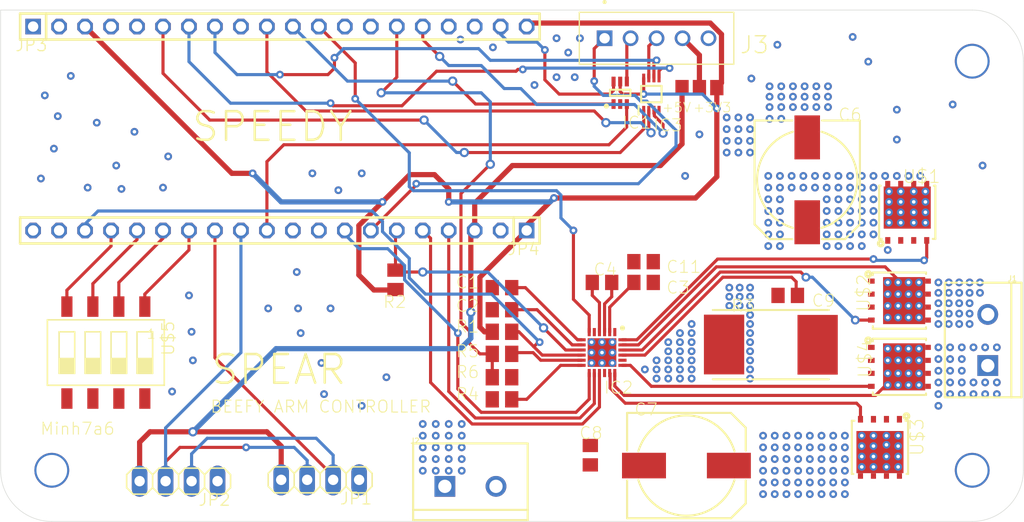
<source format=kicad_pcb>
(kicad_pcb (version 20211014) (generator pcbnew)
  (layers (0 "F.Cu" signal) (31 "B.Cu" signal) (34 "B.Paste" user) (35 "F.Paste" user) (36 "B.SilkS" user "B.Silkscreen") (37 "F.SilkS" user "F.Silkscreen") (38 "B.Mask" user) (39 "F.Mask" user) (44 "Edge.Cuts" user))
  (net 0 "")
  (net 1 "+3V3")
  (net 2 "GND")
  (net 3 "IN1")
  (net 4 "IN2")
  (net 5 "VIN")
  (net 6 "SO")
  (net 7 "+5V")
  (net 8 "CANH")
  (net 9 "CANL")
  (net 10 "+5V/3V")
  (net 11 "PB6")
  (net 12 "MUX")
  (net 13 "PA0")
  (net 14 "PA2")
  (net 15 "PA3")
  (net 16 "MUX2")
  (net 17 "SCK")
  (net 18 "NODE1")
  (net 19 "NODE2")
  (net 20 "NODE3")
  (net 21 "NODE4")
  (net 22 "MISO")
  (net 23 "PB2")
  (net 24 "PA7")
  (net 25 "PB0")
  (net 26 "PB1")
  (net 27 "PB10")
  (net 28 "PB11")
  (net 29 "N$22")
  (net 30 "N$4")
  (net 31 "N$5")
  (net 32 "N$6")
  (net 33 "N$7")
  (net 34 "N$8")
  (net 35 "SP")
  (net 36 "GL2")
  (net 37 "SH2")
  (net 38 "GH2")
  (net 39 "GL1")
  (net 40 "SH1")
  (net 41 "GH1")
  (net 42 "FAULT")
  (net 43 "SNSOUT")
  (net 44 "SLEEP")
  (net 45 "IDRIVE")
  (net 46 "PB4")
  (net 47 "N$9")
  (net 48 "PA15")
  (net 49 "N$11")
  (net 50 "PC14")
  (net 51 "PC15")
  (net 52 "DAC")
  (footprint "arm controller single:M0805" (layer "F.Cu") (at 147.5231 113.6206 180)
    (fp_text reference "R5")
    (fp_text value "7.5k" hide)
  )
  (footprint "arm controller single:SCREWTERMINAL-5MM-2" (layer "F.Cu") (at 141.9351 126.5746)
    (fp_text reference "J2")
    (fp_text value "")
  )
  (footprint "arm controller single:C0805" (layer "F.Cu") (at 157.3021 106.6356 180)
    (fp_text reference "C4")
    (fp_text value "100nF" hide)
  )
  (footprint "arm controller single:ALOM_DFN5X6_8L_EP1_P" (layer "F.Cu") (at 187.1471 99.7776 90)
    (fp_text reference "U$1")
    (fp_text value "MOSFET-NCHDFN8-5X6" hide)
  )
  (footprint "arm controller single:SMS-004" (layer "F.Cu") (at 108.7881 113.4936 180)
    (fp_text reference "U$5")
    (fp_text value "SMS-004" hide)
  )
  (footprint "arm controller single:ALOM_DFN5X6_8L_EP1_P" (layer "F.Cu") (at 184.4801 122.7646 -90)
    (fp_text reference "U$3")
    (fp_text value "MOSFET-NCHDFN8-5X6" hide)
  )
  (footprint "arm controller single:M0805" (layer "F.Cu") (at 147.5231 115.9066)
    (fp_text reference "R6")
    (fp_text value "10k" hide)
  )
  (footprint "arm controller single:1X04" (layer "F.Cu") (at 115.9001 126.0666 180)
    (fp_text reference "JP2")
    (fp_text value "")
  )
  (footprint "arm controller single:C0805" (layer "F.Cu") (at 156.1591 123.5266 90)
    (fp_text reference "C8")
    (fp_text value "100nF" hide)
  )
  (footprint "arm controller single:C0805" (layer "F.Cu") (at 161.3661 106.6356 180)
    (fp_text reference "C3")
    (fp_text value "1uF" hide)
  )
  (footprint "arm controller single:TE_5-103669-4" (layer "F.Cu") (at 162.6361 82.7596)
    (fp_text reference "J3")
    (fp_text value "5-103669-4" hide)
  )
  (footprint "arm controller single:1X20" (layer "F.Cu") (at 125.8061 101.5556 180)
    (fp_text reference "JP4")
    (fp_text value "")
  )
  (footprint "arm controller single:C0805" (layer "F.Cu") (at 147.5231 107.1436 180)
    (fp_text reference "C1")
    (fp_text value "1uF" hide)
  )
  (footprint "arm controller single:140CLH-1010" (layer "F.Cu") (at 165.5571 124.5426)
    (fp_text reference "C7")
    (fp_text value "330uF" hide)
  )
  (footprint "arm controller single:SOP50P310X90-8N" (layer "F.Cu") (at 162.1281 88.2206 90)
    (fp_text reference "IC3")
    (fp_text value "TS5A3357DCUT" hide)
  )
  (footprint "arm controller single:ALOM_DFN5X6_8L_EP1_P" (layer "F.Cu") (at 186.3851 108.4136)
    (fp_text reference "U$2")
    (fp_text value "MOSFET-NCHDFN8-5X6" hide)
  )
  (footprint "arm controller single:C0805" (layer "F.Cu") (at 175.4631 107.9056 180)
    (fp_text reference "C9")
    (fp_text value "1nF" hide)
  )
  (footprint "arm controller single:M0805" (layer "F.Cu") (at 137.1091 106.3816 -90)
    (fp_text reference "R2")
    (fp_text value "10k" hide)
  )
  (footprint "arm controller single:B0R-JMP" (layer "F.Cu") (at 166.8271 87.5856 90)
    (fp_text reference "JMP1" hide)
    (fp_text value "0R-JUMPB" hide)
  )
  (footprint "arm controller single:140CLH-1010" (layer "F.Cu") (at 177.3681 96.6026 -90)
    (fp_text reference "C6")
    (fp_text value "330uF" hide)
  )
  (footprint "arm controller single:M0805" (layer "F.Cu") (at 147.5231 111.4616 180)
    (fp_text reference "R1")
    (fp_text value "10k" hide)
  )
  (footprint "arm controller single:SCREWTERMINAL-5MM-2" (layer "F.Cu") (at 195.0211 114.7636 90)
    (fp_text reference "J1")
    (fp_text value "")
  )
  (footprint "arm controller single:C0805" (layer "F.Cu") (at 161.3661 104.6036 180)
    (fp_text reference "C11")
    (fp_text value "100nF" hide)
  )
  (footprint "arm controller single:1X20" (layer "F.Cu") (at 125.8061 81.6166)
    (fp_text reference "JP3")
    (fp_text value "")
  )
  (footprint "arm controller single:C0805" (layer "F.Cu") (at 147.5231 109.3026 180)
    (fp_text reference "C2")
    (fp_text value "1uF" hide)
  )
  (footprint "arm controller single:1X04" (layer "F.Cu") (at 129.7431 125.9396 180)
    (fp_text reference "JP1")
    (fp_text value "")
  )
  (footprint "arm controller single:M0805" (layer "F.Cu") (at 147.5231 118.0656)
    (fp_text reference "R4")
    (fp_text value "33k" hide)
  )
  (footprint "arm controller single:WSC4527" (layer "F.Cu") (at 173.8121 112.7316)
    (fp_text reference "R3")
    (fp_text value "0.005" hide)
  )
  (footprint "arm controller single:SOT65P210X110-6N" (layer "F.Cu") (at 159.0801 88.0936 90)
    (fp_text reference "IC1")
    (fp_text value "NC7SZ157P6X" hide)
  )
  (footprint "arm controller single:QFN50P400X400X100-25N" (layer "F.Cu") (at 157.3021 113.4936 -90)
    (fp_text reference "IC2")
    (fp_text value "DRV8701PRGER" hide)
  )
  (footprint "arm controller single:ALOM_DFN5X6_8L_EP1_P" (layer "F.Cu") (at 186.3851 114.8906)
    (fp_text reference "U$4")
    (fp_text value "MOSFET-NCHDFN8-5X6" hide)
  )
  (gr_arc (start 103.5011 130.0036) (mid 99.965566 128.539134) (end 98.5011 125.0036) (layer "Edge.Cuts") (width 0.05))
  (gr_line (start 98.5011 80.0036) (end 98.5011 125.0036) (layer "Edge.Cuts") (width 0.05))
  (gr_line (start 193.5011 80.0036) (end 98.5011 80.0036) (layer "Edge.Cuts") (width 0.05))
  (gr_arc (start 198.5011 125.0036) (mid 197.036634 128.539134) (end 193.5011 130.0036) (layer "Edge.Cuts") (width 0.05))
  (gr_arc (start 193.5011 80.0036) (mid 197.036634 81.468066) (end 198.5011 85.0036) (layer "Edge.Cuts") (width 0.05))
  (gr_line (start 103.5011 130.0036) (end 193.5011 130.0036) (layer "Edge.Cuts") (width 0.05))
  (gr_line (start 198.5011 125.0036) (end 198.5011 85.0036) (layer "Edge.Cuts") (width 0.05))
  (gr_text "SPEEDY" (at 117.0431 93.0466) (layer "F.SilkS") (effects (font (size 2.80416 2.80416) (thickness 0.24384)) (justify left bottom)))
  (gr_text "SPEAR" (at 118.9481 116.7956) (layer "F.SilkS") (effects (font (size 2.80416 2.80416) (thickness 0.24384)) (justify left bottom)))
  (gr_text "+3V3" (at 170.0021 88.9826) (layer "F.SilkS") (effects (font (size 0.93472 0.93472) (thickness 0.08128)) (justify right top)))
  (gr_text "Minh7a6" (at 102.3111 121.6216) (layer "F.SilkS") (effects (font (size 1.1684 1.1684) (thickness 0.1016)) (justify left bottom)))
  (gr_text "+5V" (at 166.0651 88.9826) (layer "F.SilkS") (effects (font (size 0.93472 0.93472) (thickness 0.08128)) (justify right top)))
  (gr_text "BEEFY ARM CONTROLLER" (at 118.9481 119.4626) (layer "F.SilkS") (effects (font (size 1.1684 1.1684) (thickness 0.1016)) (justify left bottom)))
  (segment (start 121.1071 95.9676) (end 123.1391 95.9676) (width 0.508) (layer "F.Cu") (net 1))
  (segment (start 150.5331 81.2736) (end 149.9361 81.8706) (width 0.508) (layer "F.Cu") (net 1))
  (segment (start 168.9861 82.372988) (end 168.9861 87.1266) (width 0.508) (layer "F.Cu") (net 1))
  (segment (start 106.7561 81.6166) (end 121.1071 95.9676) (width 0.508) (layer "F.Cu") (net 1))
  (segment (start 137.0637 107.377) (end 134.997762 107.377) (width 0.508) (layer "F.Cu") (net 1))
  (segment (start 159.0801 86.9936) (end 159.0801 87.9666) (width 0.3048) (layer "F.Cu") (net 1))
  (segment (start 159.0801 87.9666) (end 159.3341 88.2206) (width 0.3048) (layer "F.Cu") (net 1))
  (segment (start 161.3781 88.2086) (end 161.3661 88.2206) (width 0.3048) (layer "F.Cu") (net 1))
  (segment (start 146.5731 111.4616) (end 145.8111 111.4616) (width 0.508) (layer "F.Cu") (net 1))
  (segment (start 137.1091 107.3316) (end 137.0637 107.377) (width 0.508) (layer "F.Cu") (net 1))
  (segment (start 142.3161 97.4916) (end 142.3161 98.7616) (width 0.508) (layer "F.Cu") (net 1))
  (segment (start 159.3341 88.2206) (end 161.3661 88.2206) (width 0.3048) (layer "F.Cu") (net 1))
  (segment (start 161.3661 88.2206) (end 161.3781 88.2086) (width 0.3048) (layer "F.Cu") (net 1))
  (segment (start 166.4461 98.3806) (end 168.5271 96.2996) (width 0.508) (layer "F.Cu") (net 1))
  (segment (start 140.9191 96.0946) (end 142.3161 97.4916) (width 0.508) (layer "F.Cu") (net 1))
  (segment (start 161.3781 86.6456) (end 161.3781 88.2086) (width 0.3048) (layer "F.Cu") (net 1))
  (segment (start 133.5277 105.906938) (end 133.5277 101.071632) (width 0.508) (layer "F.Cu") (net 1))
  (segment (start 168.5271 96.2996) (end 168.5271 89.6176) (width 0.508) (layer "F.Cu") (net 1))
  (segment (start 133.5277 101.071632) (end 135.838415 98.760916) (width 0.508) (layer "F.Cu") (net 1))
  (segment (start 138.504731 96.0946) (end 140.9191 96.0946) (width 0.508) (layer "F.Cu") (net 1))
  (segment (start 149.9361 101.0476) (end 152.6031 98.3806) (width 0.508) (layer "F.Cu") (net 1))
  (segment (start 167.886712 81.2736) (end 150.5331 81.2736) (width 0.508) (layer "F.Cu") (net 1))
  (segment (start 145.8111 111.4616) (end 145.3641 111.0146) (width 0.508) (layer "F.Cu") (net 1))
  (segment (start 145.3641 106.1276) (end 149.9361 101.5556) (width 0.508) (layer "F.Cu") (net 1))
  (segment (start 152.6031 98.3806) (end 166.4461 98.3806) (width 0.508) (layer "F.Cu") (net 1))
  (segment (start 135.838415 98.760916) (end 138.504731 96.0946) (width 0.508) (layer "F.Cu") (net 1))
  (segment (start 168.5271 89.6176) (end 168.5271 87.5856) (width 0.508) (layer "F.Cu") (net 1))
  (segment (start 168.9861 82.372988) (end 167.886712 81.2736) (width 0.508) (layer "F.Cu") (net 1))
  (segment (start 134.997762 107.377) (end 133.5277 105.906938) (width 0.508) (layer "F.Cu") (net 1))
  (segment (start 149.9361 81.8706) (end 149.9361 81.6166) (width 0.508) (layer "F.Cu") (net 1))
  (segment (start 168.5271 87.5856) (end 168.9861 87.1266) (width 0.508) (layer "F.Cu") (net 1))
  (segment (start 145.3641 111.0146) (end 145.3641 106.1276) (width 0.508) (layer "F.Cu") (net 1))
  (segment (start 149.9361 101.5556) (end 149.9361 101.0476) (width 0.508) (layer "F.Cu") (net 1))
  (via (at 123.1391 95.9676) (size 0.7564) (drill 0.35) (layers "F.Cu" "B.Cu") (net 1))
  (via (at 142.3161 98.7616) (size 0.7564) (drill 0.35) (layers "F.Cu" "B.Cu") (net 1))
  (via (at 161.3661 88.2206) (size 0.7564) (drill 0.35) (layers "F.Cu" "B.Cu") (net 1))
  (via (at 135.838415 98.760916) (size 0.7564) (drill 0.35) (layers "F.Cu" "B.Cu") (net 1))
  (via (at 152.6031 98.3806) (size 0.7564) (drill 0.35) (layers "F.Cu" "B.Cu") (net 1))
  (via (at 168.5271 89.6176) (size 0.7564) (drill 0.35) (layers "F.Cu" "B.Cu") (net 1))
  (segment (start 123.1391 95.9676) (end 125.932415 98.760916) (width 0.508) (layer "B.Cu") (net 1))
  (segment (start 142.3161 98.7616) (end 152.2221 98.7616) (width 0.508) (layer "B.Cu") (net 1))
  (segment (start 167.1301 88.2206) (end 168.5271 89.6176) (width 0.3048) (layer "B.Cu") (net 1))
  (segment (start 152.2221 98.7616) (end 152.6031 98.3806) (width 0.508) (layer "B.Cu") (net 1))
  (segment (start 125.932415 98.760916) (end 135.838415 98.760916) (width 0.508) (layer "B.Cu") (net 1))
  (segment (start 161.3661 88.2206) (end 167.1301 88.2206) (width 0.3048) (layer "B.Cu") (net 1))
  (via (at 171.7801 91.6496) (size 0.7564) (drill 0.35) (layers "F.Cu" "B.Cu") (net 2))
  (via (at 164.9221 114.2556) (size 0.7564) (drill 0.35) (layers "F.Cu" "B.Cu") (net 2))
  (via (at 102.4381 96.4756) (size 0.7564) (drill 0.35) (layers "F.Cu" "B.Cu") (net 2))
  (via (at 174.8281 90.6336) (size 0.7564) (drill 0.35) (layers "F.Cu" "B.Cu") (net 2))
  (via (at 170.7641 108.9216) (size 0.7564) (drill 0.35) (layers "F.Cu" "B.Cu") (net 2))
  (via (at 107.0101 97.3646) (size 0.7564) (drill 0.35) (layers "F.Cu" "B.Cu") (net 2))
  (via (at 156.2861 113.4936) (size 0.7564) (drill 0.35) (layers "F.Cu" "B.Cu") (net 2))
  (via (at 164.9221 112.4776) (size 0.7564) (drill 0.35) (layers "F.Cu" "B.Cu") (net 2))
  (via (at 117.1701 111.4616) (size 0.7564) (drill 0.35) (layers "F.Cu" "B.Cu") (net 2))
  (via (at 163.7791 114.2556) (size 0.7564) (drill 0.35) (layers "F.Cu" "B.Cu") (net 2))
  (via (at 171.7801 110.6996) (size 0.7564) (drill 0.35) (layers "F.Cu" "B.Cu") (net 2))
  (via (at 114.3761 97.3646) (size 0.7564) (drill 0.35) (layers "F.Cu" "B.Cu") (net 2))
  (via (at 166.0651 115.1446) (size 0.7564) (drill 0.35) (layers "F.Cu" "B.Cu") (net 2))
  (via (at 186.1311 92.6656) (size 0.7564) (drill 0.35) (layers "F.Cu" "B.Cu") (net 2))
  (via (at 161.4931 115.1446) (size 0.7564) (drill 0.35) (layers "F.Cu" "B.Cu") (net 2))
  (via (at 173.6851 87.4586) (size 0.7564) (drill 0.35) (layers "F.Cu" "B.Cu") (net 2))
  (via (at 142.3161 120.4786) (size 0.7564) (drill 0.35) (layers "F.Cu" "B.Cu") (net 2))
  (via (at 166.8271 92.1576) (size 0.7564) (drill 0.35) (layers "F.Cu" "B.Cu") (net 2))
  (via (at 170.6371 92.7926) (size 0.7564) (drill 0.35) (layers "F.Cu" "B.Cu") (net 2))
  (via (at 142.3161 125.0506) (size 0.7564) (drill 0.35) (layers "F.Cu" "B.Cu") (net 2))
  (via (at 103.5011 125.0036) (size 3.4064) (drill 3) (layers "F.Cu" "B.Cu") (net 2))
  (via (at 110.3121 97.4916) (size 0.7564) (drill 0.35) (layers "F.Cu" "B.Cu") (net 2))
  (via (at 129.8701 114.5096) (size 0.7564) (drill 0.35) (layers "F.Cu" "B.Cu") (net 2))
  (via (at 173.6851 89.4906) (size 0.7564) (drill 0.35) (layers "F.Cu" "B.Cu") (net 2))
  (via (at 177.1141 88.4746) (size 0.7564) (drill 0.35) (layers "F.Cu" "B.Cu") (net 2))
  (via (at 169.4941 92.7926) (size 0.7564) (drill 0.35) (layers "F.Cu" "B.Cu") (net 2))
  (via (at 163.7791 113.3666) (size 0.7564) (drill 0.35) (layers "F.Cu" "B.Cu") (net 2))
  (via (at 142.3161 121.6216) (size 0.7564) (drill 0.35) (layers "F.Cu" "B.Cu") (net 2))
  (via (at 143.5861 123.9076) (size 0.7564) (drill 0.35) (layers "F.Cu" "B.Cu") (net 2))
  (via (at 141.0461 125.0506) (size 0.7564) (drill 0.35) (layers "F.Cu" "B.Cu") (net 2))
  (via (at 130.1241 117.5576) (size 0.7564) (drill 0.35) (layers "F.Cu" "B.Cu") (net 2))
  (via (at 131.5211 97.6186) (size 0.7564) (drill 0.35) (layers "F.Cu" "B.Cu") (net 2))
  (via (at 162.6361 114.2556) (size 0.7564) (drill 0.35) (layers "F.Cu" "B.Cu") (net 2))
  (via (at 143.5861 121.6216) (size 0.7564) (drill 0.35) (layers "F.Cu" "B.Cu") (net 2))
  (via (at 136.2201 115.9066) (size 0.7564) (drill 0.35) (layers "F.Cu" "B.Cu") (net 2))
  (via (at 143.5861 125.0506) (size 0.7564) (drill 0.35) (layers "F.Cu" "B.Cu") (net 2))
  (via (at 179.4001 87.4586) (size 0.7564) (drill 0.35) (layers "F.Cu" "B.Cu") (net 2))
  (via (at 175.9711 89.4906) (size 0.7564) (drill 0.35) (layers "F.Cu" "B.Cu") (net 2))
  (via (at 193.5011 85.0036) (size 3.4064) (drill 3) (layers "F.Cu" "B.Cu") (net 2))
  (via (at 142.3161 123.9076) (size 0.7564) (drill 0.35) (layers "F.Cu" "B.Cu") (net 2))
  (via (at 171.9071 86.6966) (size 0.7564) (drill 0.35) (layers "F.Cu" "B.Cu") (net 2))
  (via (at 171.7801 111.5886) (size 0.7564) (drill 0.35) (layers "F.Cu" "B.Cu") (net 2))
  (via (at 143.5861 120.4786) (size 0.7564) (drill 0.35) (layers "F.Cu" "B.Cu") (net 2))
  (via (at 154.6351 86.5696) (size 0.7564) (drill 0.35) (layers "F.Cu" "B.Cu") (net 2))
  (via (at 178.2571 88.4746) (size 0.7564) (drill 0.35) (layers "F.Cu" "B.Cu") (net 2))
  (via (at 175.9711 87.4586) (size 0.7564) (drill 0.35) (layers "F.Cu" "B.Cu") (net 2))
  (via (at 130.7591 109.1756) (size 0.7564) (drill 0.35) (layers "F.Cu" "B.Cu") (net 2))
  (via (at 171.7801 113.3666) (size 0.7564) (drill 0.35) (layers "F.Cu" "B.Cu") (net 2))
  (via (at 139.7761 121.6216) (size 0.7564) (drill 0.35) (layers "F.Cu" "B.Cu") (net 2))
  (via (at 163.7791 115.1446) (size 0.7564) (drill 0.35) (layers "F.Cu" "B.Cu") (net 2))
  (via (at 128.9811 95.9676) (size 0.7564) (drill 0.35) (layers "F.Cu" "B.Cu") (net 2))
  (via (at 170.7641 107.1436) (size 0.7564) (drill 0.35) (layers "F.Cu" "B.Cu") (net 2))
  (via (at 107.8991 91.0146) (size 0.7564) (drill 0.35) (layers "F.Cu" "B.Cu") (net 2))
  (via (at 111.5821 91.9036) (size 0.7564) (drill 0.35) (layers "F.Cu" "B.Cu") (net 2))
  (via (at 166.0651 116.0336) (size 0.7564) (drill 0.35) (layers "F.Cu" "B.Cu") (net 2))
  (via (at 127.8381 111.5886) (size 0.7564) (drill 0.35) (layers "F.Cu" "B.Cu") (net 2))
  (via (at 143.4591 82.8866) (size 0.7564) (drill 0.35) (layers "F.Cu" "B.Cu") (net 2))
  (via (at 114.8841 94.3166) (size 0.7564) (drill 0.35) (layers "F.Cu" "B.Cu") (net 2))
  (via (at 158.3181 114.5096) (size 0.7564) (drill 0.35) (layers "F.Cu" "B.Cu") (net 2))
  (via (at 105.3591 86.4426) (size 0.7564) (drill 0.35) (layers "F.Cu" "B.Cu") (net 2))
  (via (at 171.7801 92.7926) (size 0.7564) (drill 0.35) (layers "F.Cu" "B.Cu") (net 2))
  (via (at 171.7801 90.5066) (size 0.7564) (drill 0.35) (layers "F.Cu" "B.Cu") (net 2))
  (via (at 142.3161 122.7646) (size 0.7564) (drill 0.35) (layers "F.Cu" "B.Cu") (net 2))
  (via (at 177.1141 87.4586) (size 0.7564) (drill 0.35) (layers "F.Cu" "B.Cu") (net 2))
  (via (at 157.3021 113.4936) (size 0.7564) (drill 0.35) (layers "F.Cu" "B.Cu") (net 2))
  (via (at 171.7801 93.9356) (size 0.7564) (drill 0.35) (layers "F.Cu" "B.Cu") (net 2))
  (via (at 193.5011 125.0036) (size 3.4064) (drill 3) (layers "F.Cu" "B.Cu") (net 2))
  (via (at 141.0461 120.4786) (size 0.7564) (drill 0.35) (layers "F.Cu" "B.Cu") (net 2))
  (via (at 163.7791 112.4776) (size 0.7564) (drill 0.35) (layers "F.Cu" "B.Cu") (net 2))
  (via (at 162.6361 115.1446) (size 0.7564) (drill 0.35) (layers "F.Cu" "B.Cu") (net 2))
  (via (at 164.9221 111.5886) (size 0.7564) (drill 0.35) (layers "F.Cu" "B.Cu") (net 2))
  (via (at 158.3181 112.4776) (size 0.7564) (drill 0.35) (layers "F.Cu" "B.Cu") (net 2))
  (via (at 163.7791 116.0336) (size 0.7564) (drill 0.35) (layers "F.Cu" "B.Cu") (net 2))
  (via (at 109.8041 95.2056) (size 0.7564) (drill 0.35) (layers "F.Cu" "B.Cu") (net 2))
  (via (at 139.7761 120.4786) (size 0.7564) (drill 0.35) (layers "F.Cu" "B.Cu") (net 2))
  (via (at 133.8071 118.7006) (size 0.7564) (drill 0.35) (layers "F.Cu" "B.Cu") (net 2))
  (via (at 171.7801 108.9216) (size 0.7564) (drill 0.35) (layers "F.Cu" "B.Cu") (net 2))
  (via (at 173.6851 88.4746) (size 0.7564) (drill 0.35) (layers "F.Cu" "B.Cu") (net 2))
  (via (at 155.1431 82.7596) (size 0.7564) (drill 0.35) (layers "F.Cu" "B.Cu") (net 2))
  (via (at 157.3021 114.5096) (size 0.7564) (drill 0.35) (layers "F.Cu" "B.Cu") (net 2))
  (via (at 165.4301 96.2216) (size 0.7564) (drill 0.35) (layers "F.Cu" "B.Cu") (net 2))
  (via (at 146.6341 83.6486) (size 0.7564) (drill 0.35) (layers "F.Cu" "B.Cu") (net 2))
  (via (at 169.4941 93.9356) (size 0.7564) (drill 0.35) (layers "F.Cu" "B.Cu") (net 2))
  (via (at 158.3181 113.4936) (size 0.7564) (drill 0.35) (layers "F.Cu" "B.Cu") (net 2))
  (via (at 166.0651 114.2556) (size 0.7564) (drill 0.35) (layers "F.Cu" "B.Cu") (net 2))
  (via (at 177.1141 89.4906) (size 0.7564) (drill 0.35) (layers "F.Cu" "B.Cu") (net 2))
  (via (at 103.7081 93.5546) (size 0.7564) (drill 0.35) (layers "F.Cu" "B.Cu") (net 2))
  (via (at 133.8071 95.9676) (size 0.7564) (drill 0.35) (layers "F.Cu" "B.Cu") (net 2))
  (via (at 139.7761 123.9076) (size 0.7564) (drill 0.35) (layers "F.Cu" "B.Cu") (net 2))
  (via (at 178.2571 89.4906) (size 0.7564) (drill 0.35) (layers "F.Cu" "B.Cu") (net 2))
  (via (at 154.0001 84.1566) (size 0.7564) (drill 0.35) (layers "F.Cu" "B.Cu") (net 2))
  (via (at 171.7801 107.1436) (size 0.7564) (drill 0.35) (layers "F.Cu" "B.Cu") (net 2))
  (via (at 166.0651 110.6996) (size 0.7564) (drill 0.35) (layers "F.Cu" "B.Cu") (net 2))
  (via (at 170.6371 90.5066) (size 0.7564) (drill 0.35) (layers "F.Cu" "B.Cu") (net 2))
  (via (at 194.5131 95.2056) (size 0.7564) (drill 0.35) (layers "F.Cu" "B.Cu") (net 2))
  (via (at 102.8191 88.3476) (size 0.7564) (drill 0.35) (layers "F.Cu" "B.Cu") (net 2))
  (via (at 171.7801 108.0326) (size 0.7564) (drill 0.35) (layers "F.Cu" "B.Cu") (net 2))
  (via (at 169.4941 91.6496) (size 0.7564) (drill 0.35) (layers "F.Cu" "B.Cu") (net 2))
  (via (at 171.7801 114.2556) (size 0.7564) (drill 0.35) (layers "F.Cu" "B.Cu") (net 2))
  (via (at 164.9221 113.3666) (size 0.7564) (drill 0.35) (layers "F.Cu" "B.Cu") (net 2))
  (via (at 170.7641 108.0326) (size 0.7564) (drill 0.35) (layers "F.Cu" "B.Cu") (net 2))
  (via (at 157.3021 112.4776) (size 0.7564) (drill 0.35) (layers "F.Cu" "B.Cu") (net 2))
  (via (at 174.8281 89.4906) (size 0.7564) (drill 0.35) (layers "F.Cu" "B.Cu") (net 2))
  (via (at 178.2571 87.4586) (size 0.7564) (drill 0.35) (layers "F.Cu" "B.Cu") (net 2))
  (via (at 141.0461 122.7646) (size 0.7564) (drill 0.35) (layers "F.Cu" "B.Cu") (net 2))
  (via (at 152.8571 86.5696) (size 0.7564) (drill 0.35) (layers "F.Cu" "B.Cu") (net 2))
  (via (at 141.0461 121.6216) (size 0.7564) (drill 0.35) (layers "F.Cu" "B.Cu") (net 2))
  (via (at 150.6981 87.3316) (size 0.7564) (drill 0.35) (layers "F.Cu" "B.Cu") (net 2))
  (via (at 170.6371 93.9356) (size 0.7564) (drill 0.35) (layers "F.Cu" "B.Cu") (net 2))
  (via (at 169.4941 90.5066) (size 0.7564) (drill 0.35) (layers "F.Cu" "B.Cu") (net 2))
  (via (at 166.0651 112.4776) (size 0.7564) (drill 0.35) (layers "F.Cu" "B.Cu") (net 2))
  (via (at 116.9161 107.9056) (size 0.7564) (drill 0.35) (layers "F.Cu" "B.Cu") (net 2))
  (via (at 171.7801 109.8106) (size 0.7564) (drill 0.35) (layers "F.Cu" "B.Cu") (net 2))
  (via (at 174.8281 88.4746) (size 0.7564) (drill 0.35) (layers "F.Cu" "B.Cu") (net 2))
  (via (at 124.6631 109.1756) (size 0.7564) (drill 0.35) (layers "F.Cu" "B.Cu") (net 2))
  (via (at 173.6851 90.6336) (size 0.7564) (drill 0.35) (layers "F.Cu" "B.Cu") (net 2))
  (via (at 169.7481 108.9216) (size 0.7564) (drill 0.35) (layers "F.Cu" "B.Cu") (net 2))
  (via (at 162.6361 116.0336) (size 0.7564) (drill 0.35) (layers "F.Cu" "B.Cu") (net 2))
  (via (at 175.9711 88.4746) (size 0.7564) (drill 0.35) (layers "F.Cu" "B.Cu") (net 2))
  (via (at 174.4471 83.3946) (size 0.7564) (drill 0.35) (layers "F.Cu" "B.Cu") (net 2))
  (via (at 164.9221 116.0336) (size 0.7564) (drill 0.35) (layers "F.Cu" "B.Cu") (net 2))
  (via (at 104.0891 90.3796) (size 0.7564) (drill 0.35) (layers "F.Cu" "B.Cu") (net 2))
  (via (at 171.7801 115.1446) (size 0.7564) (drill 0.35) (layers "F.Cu" "B.Cu") (net 2))
  (via (at 141.0461 123.9076) (size 0.7564) (drill 0.35) (layers "F.Cu" "B.Cu") (net 2))
  (via (at 186.1311 89.7446) (size 0.7564) (drill 0.35) (layers "F.Cu" "B.Cu") (net 2))
  (via (at 166.0651 111.5886) (size 0.7564) (drill 0.35) (layers "F.Cu" "B.Cu") (net 2))
  (via (at 179.4001 89.4906) (size 0.7564) (drill 0.35) (layers "F.Cu" "B.Cu") (net 2))
  (via (at 117.2971 114.2556) (size 0.7564) (drill 0.35) (layers "F.Cu" "B.Cu") (net 2))
  (via (at 139.7761 125.0506) (size 0.7564) (drill 0.35) (layers "F.Cu" "B.Cu") (net 2))
  (via (at 139.7761 122.7646) (size 0.7564) (drill 0.35) (layers "F.Cu" "B.Cu") (net 2))
  (via (at 115.2651 117.3036) (size 0.7564) (drill 0.35) (layers "F.Cu" "B.Cu") (net 2))
  (via (at 127.4571 105.6196) (size 0.7564) (drill 0.35) (layers "F.Cu" "B.Cu") (net 2))
  (via (at 179.4001 88.4746) (size 0.7564) (drill 0.35) (layers "F.Cu" "B.Cu") (net 2))
  (via (at 156.2861 114.5096) (size 0.7564) (drill 0.35) (layers "F.Cu" "B.Cu") (net 2))
  (via (at 127.5841 109.1756) (size 0.7564) (drill 0.35) (layers "F.Cu" "B.Cu") (net 2))
  (via (at 143.5861 122.7646) (size 0.7564) (drill 0.35) (layers "F.Cu" "B.Cu") (net 2))
  (via (at 169.7481 107.1436) (size 0.7564) (drill 0.35) (layers "F.Cu" "B.Cu") (net 2))
  (via (at 171.7801 112.4776) (size 0.7564) (drill 0.35) (layers "F.Cu" "B.Cu") (net 2))
  (via (at 164.9221 115.1446) (size 0.7564) (drill 0.35) (layers "F.Cu" "B.Cu") (net 2))
  (via (at 181.8131 82.6326) (size 0.7564) (drill 0.35) (layers "F.Cu" "B.Cu") (net 2))
  (via (at 169.7481 108.0326) (size 0.7564) (drill 0.35) (layers "F.Cu" "B.Cu") (net 2))
  (via (at 174.8281 87.4586) (size 0.7564) (drill 0.35) (layers "F.Cu" "B.Cu") (net 2))
  (via (at 156.2861 112.4776) (size 0.7564) (drill 0.35) (layers "F.Cu" "B.Cu") (net 2))
  (via (at 183.3371 85.0456) (size 0.7564) (drill 0.35) (layers "F.Cu" "B.Cu") (net 2))
  (via (at 170.6371 91.6496) (size 0.7564) (drill 0.35) (layers "F.Cu" "B.Cu") (net 2))
  (via (at 152.8571 82.7596) (size 0.7564) (drill 0.35) (layers "F.Cu" "B.Cu") (net 2))
  (via (at 171.7801 116.0336) (size 0.7564) (drill 0.35) (layers "F.Cu" "B.Cu") (net 2))
  (via (at 166.0651 113.3666) (size 0.7564) (drill 0.35) (layers "F.Cu" "B.Cu") (net 2))
  (via (at 191.5921 89.2366) (size 0.7564) (drill 0.35) (layers "F.Cu" "B.Cu") (net 2))
  (segment (start 157.0521 115.4936) (end 157.0521 118.8236) (width 0.3048) (layer "F.Cu") (net 3))
  (segment (start 140.5381 102.3176) (end 140.5381 116.4146) (width 0.3048) (layer "F.Cu") (net 3))
  (segment (start 155.3971 120.4786) (end 144.6021 120.4786) (width 0.3048) (layer "F.Cu") (net 3))
  (segment (start 144.6021 120.4786) (end 140.5381 116.4146) (width 0.3048) (layer "F.Cu") (net 3))
  (segment (start 157.0521 118.8236) (end 155.3971 120.4786) (width 0.3048) (layer "F.Cu") (net 3))
  (segment (start 140.5381 102.3176) (end 139.7761 101.5556) (width 0.3048) (layer "F.Cu") (net 3))
  (segment (start 155.1431 119.8944) (end 156.5521 118.4854) (width 0.3048) (layer "F.Cu") (net 4))
  (segment (start 156.5521 118.4854) (end 156.5521 115.4936) (width 0.3048) (layer "F.Cu") (net 4))
  (segment (start 142.3161 117.292019) (end 144.918481 119.8944) (width 0.3048) (layer "F.Cu") (net 4))
  (segment (start 142.3161 101.5556) (end 142.3161 117.292019) (width 0.3048) (layer "F.Cu") (net 4))
  (segment (start 144.918481 119.8944) (end 155.1431 119.8944) (width 0.3048) (layer "F.Cu") (net 4))
  (via (at 176.4791 122.7646) (size 0.7564) (drill 0.35) (layers "F.Cu" "B.Cu") (net 5))
  (via (at 177.6221 126.1936) (size 0.7564) (drill 0.35) (layers "F.Cu" "B.Cu") (net 5))
  (via (at 174.7011 97.3646) (size 0.7564) (drill 0.35) (layers "F.Cu" "B.Cu") (net 5))
  (via (at 179.9081 122.7646) (size 0.7564) (drill 0.35) (layers "F.Cu" "B.Cu") (net 5))
  (via (at 179.9081 127.3366) (size 0.7564) (drill 0.35) (layers "F.Cu" "B.Cu") (net 5))
  (via (at 186.5121 99.7776) (size 0.7564) (drill 0.35) (layers "F.Cu" "B.Cu") (net 5))
  (via (at 188.9251 98.7616) (size 0.7564) (drill 0.35) (layers "F.Cu" "B.Cu") (net 5))
  (via (at 183.8451 98.5076) (size 0.7564) (drill 0.35) (layers "F.Cu" "B.Cu") (net 5))
  (via (at 181.0511 123.9076) (size 0.7564) (drill 0.35) (layers "F.Cu" "B.Cu") (net 5))
  (via (at 180.4161 99.6506) (size 0.7564) (drill 0.35) (layers "F.Cu" "B.Cu") (net 5))
  (via (at 181.0511 127.3366) (size 0.7564) (drill 0.35) (layers "F.Cu" "B.Cu") (net 5))
  (via (at 174.1931 125.0506) (size 0.7564) (drill 0.35) (layers "F.Cu" "B.Cu") (net 5))
  (via (at 175.8441 97.3646) (size 0.7564) (drill 0.35) (layers "F.Cu" "B.Cu") (net 5))
  (via (at 179.2731 99.6506) (size 0.7564) (drill 0.35) (layers "F.Cu" "B.Cu") (net 5))
  (via (at 176.9871 97.3646) (size 0.7564) (drill 0.35) (layers "F.Cu" "B.Cu") (net 5))
  (via (at 173.5581 99.6506) (size 0.7564) (drill 0.35) (layers "F.Cu" "B.Cu") (net 5))
  (via (at 178.7651 122.7646) (size 0.7564) (drill 0.35) (layers "F.Cu" "B.Cu") (net 5))
  (via (at 178.1301 96.2216) (size 0.7564) (drill 0.35) (layers "F.Cu" "B.Cu") (net 5))
  (via (at 179.2731 98.5076) (size 0.7564) (drill 0.35) (layers "F.Cu" "B.Cu") (net 5))
  (via (at 179.9081 121.6216) (size 0.7564) (drill 0.35) (layers "F.Cu" "B.Cu") (net 5))
  (via (at 174.7011 96.2216) (size 0.7564) (drill 0.35) (layers "F.Cu" "B.Cu") (net 5))
  (via (at 188.4171 96.2216) (size 0.7564) (drill 0.35) (layers "F.Cu" "B.Cu") (net 5))
  (via (at 181.5591 97.3646) (size 0.7564) (drill 0.35) (layers "F.Cu" "B.Cu") (net 5))
  (via (at 177.6221 123.9076) (size 0.7564) (drill 0.35) (layers "F.Cu" "B.Cu") (net 5))
  (via (at 179.2731 101.9366) (size 0.7564) (drill 0.35) (layers "F.Cu" "B.Cu") (net 5))
  (via (at 184.9881 96.2216) (size 0.7564) (drill 0.35) (layers "F.Cu" "B.Cu") (net 5))
  (via (at 175.3361 123.9076) (size 0.7564) (drill 0.35) (layers "F.Cu" "B.Cu") (net 5))
  (via (at 178.7651 123.9076) (size 0.7564) (drill 0.35) (layers "F.Cu" "B.Cu") (net 5))
  (via (at 186.2581 121.6216) (size 0.7564) (drill 0.35) (layers "F.Cu" "B.Cu") (net 5))
  (via (at 174.7011 98.5076) (size 0.7564) (drill 0.35) (layers "F.Cu" "B.Cu") (net 5))
  (via (at 178.7651 121.6216) (size 0.7564) (drill 0.35) (layers "F.Cu" "B.Cu") (net 5))
  (via (at 176.4791 127.3366) (size 0.7564) (drill 0.35) (layers "F.Cu" "B.Cu") (net 5))
  (via (at 179.9081 125.0506) (size 0.7564) (drill 0.35) (layers "F.Cu" "B.Cu") (net 5))
  (via (at 183.8451 97.3646) (size 0.7564) (drill 0.35) (layers "F.Cu" "B.Cu") (net 5))
  (via (at 186.1311 96.2216) (size 0.7564) (drill 0.35) (layers "F.Cu" "B.Cu") (net 5))
  (via (at 187.7821 98.7616) (size 0.7564) (drill 0.35) (layers "F.Cu" "B.Cu") (net 5))
  (via (at 175.3361 126.1936) (size 0.7564) (drill 0.35) (layers "F.Cu" "B.Cu") (net 5))
  (via (at 176.4791 126.1936) (size 0.7564) (drill 0.35) (layers "F.Cu" "B.Cu") (net 5))
  (via (at 182.7021 101.9366) (size 0.7564) (drill 0.35) (layers "F.Cu" "B.Cu") (net 5))
  (via (at 178.7651 126.1936) (size 0.7564) (drill 0.35) (layers "F.Cu" "B.Cu") (net 5))
  (via (at 183.8451 96.2216) (size 0.7564) (drill 0.35) (layers "F.Cu" "B.Cu") (net 5))
  (via (at 173.5581 103.0796) (size 0.7564) (drill 0.35) (layers "F.Cu" "B.Cu") (net 5))
  (via (at 175.3361 121.6216) (size 0.7564) (drill 0.35) (layers "F.Cu" "B.Cu") (net 5))
  (via (at 182.7021 100.7936) (size 0.7564) (drill 0.35) (layers "F.Cu" "B.Cu") (net 5))
  (via (at 182.7021 96.2216) (size 0.7564) (drill 0.35) (layers "F.Cu" "B.Cu") (net 5))
  (via (at 177.6221 122.7646) (size 0.7564) (drill 0.35) (layers "F.Cu" "B.Cu") (net 5))
  (via (at 174.1931 121.6216) (size 0.7564) (drill 0.35) (layers "F.Cu" "B.Cu") (net 5))
  (via (at 173.0501 121.6216) (size 0.7564) (drill 0.35) (layers "F.Cu" "B.Cu") (net 5))
  (via (at 185.1151 124.6696) (size 0.7564) (drill 0.35) (layers "F.Cu" "B.Cu") (net 5))
  (via (at 178.7651 127.3366) (size 0.7564) (drill 0.35) (layers "F.Cu" "B.Cu") (net 5))
  (via (at 183.8451 101.9366) (size 0.7564) (drill 0.35) (layers "F.Cu" "B.Cu") (net 5))
  (via (at 178.7651 125.0506) (size 0.7564) (drill 0.35) (layers "F.Cu" "B.Cu") (net 5))
  (via (at 181.0511 122.7646) (size 0.7564) (drill 0.35) (layers "F.Cu" "B.Cu") (net 5))
  (via (at 185.3691 98.7616) (size 0.7564) (drill 0.35) (layers "F.Cu" "B.Cu") (net 5))
  (via (at 185.1151 121.6216) (size 0.7564) (drill 0.35) (layers "F.Cu" "B.Cu") (net 5))
  (via (at 177.6221 121.6216) (size 0.7564) (drill 0.35) (layers "F.Cu" "B.Cu") (net 5))
  (via (at 180.4161 100.7936) (size 0.7564) (drill 0.35) (layers "F.Cu" "B.Cu") (net 5))
  (via (at 186.5121 98.7616) (size 0.7564) (drill 0.35) (layers "F.Cu" "B.Cu") (net 5))
  (via (at 180.4161 101.9366) (size 0.7564) (drill 0.35) (layers "F.Cu" "B.Cu") (net 5))
  (via (at 179.2731 103.0796) (size 0.7564) (drill 0.35) (layers "F.Cu" "B.Cu") (net 5))
  (via (at 181.5591 100.7936) (size 0.7564) (drill 0.35) (layers "F.Cu" "B.Cu") (net 5))
  (via (at 174.1931 127.3366) (size 0.7564) (drill 0.35) (layers "F.Cu" "B.Cu") (net 5))
  (via (at 174.1931 123.9076) (size 0.7564) (drill 0.35) (layers "F.Cu" "B.Cu") (net 5))
  (via (at 181.5591 98.5076) (size 0.7564) (drill 0.35) (layers "F.Cu" "B.Cu") (net 5))
  (via (at 174.7011 101.9366) (size 0.7564) (drill 0.35) (layers "F.Cu" "B.Cu") (net 5))
  (via (at 175.8441 96.2216) (size 0.7564) (drill 0.35) (layers "F.Cu" "B.Cu") (net 5))
  (via (at 186.5121 100.7936) (size 0.7564) (drill 0.35) (layers "F.Cu" "B.Cu") (net 5))
  (via (at 177.6221 125.0506) (size 0.7564) (drill 0.35) (layers "F.Cu" "B.Cu") (net 5))
  (via (at 183.8451 100.7936) (size 0.7564) (drill 0.35) (layers "F.Cu" "B.Cu") (net 5))
  (via (at 183.8451 121.6216) (size 0.7564) (drill 0.35) (layers "F.Cu" "B.Cu") (net 5))
  (via (at 176.4791 123.9076) (size 0.7564) (drill 0.35) (layers "F.Cu" "B.Cu") (net 5))
  (via (at 182.7021 121.6216) (size 0.7564) (drill 0.35) (layers "F.Cu" "B.Cu") (net 5))
  (via (at 186.2581 123.6536) (size 0.7564) (drill 0.35) (layers "F.Cu" "B.Cu") (net 5))
  (via (at 183.8451 124.6696) (size 0.7564) (drill 0.35) (layers "F.Cu" "B.Cu") (net 5))
  (via (at 186.2581 124.6696) (size 0.7564) (drill 0.35) (layers "F.Cu" "B.Cu") (net 5))
  (via (at 185.3691 99.7776) (size 0.7564) (drill 0.35) (layers "F.Cu" "B.Cu") (net 5))
  (via (at 179.2731 96.2216) (size 0.7564) (drill 0.35) (layers "F.Cu" "B.Cu") (net 5))
  (via (at 179.2731 100.7936) (size 0.7564) (drill 0.35) (layers "F.Cu" "B.Cu") (net 5))
  (via (at 175.3361 125.0506) (size 0.7564) (drill 0.35) (layers "F.Cu" "B.Cu") (net 5))
  (via (at 187.7821 99.7776) (size 0.7564) (drill 0.35) (layers "F.Cu" "B.Cu") (net 5))
  (via (at 176.4791 121.6216) (size 0.7564) (drill 0.35) (layers "F.Cu" "B.Cu") (net 5))
  (via (at 182.7021 123.6536) (size 0.7564) (drill 0.35) (layers "F.Cu" "B.Cu") (net 5))
  (via (at 186.2581 122.6376) (size 0.7564) (drill 0.35) (layers "F.Cu" "B.Cu") (net 5))
  (via (at 175.3361 122.7646) (size 0.7564) (drill 0.35) (layers "F.Cu" "B.Cu") (net 5))
  (via (at 173.5581 97.3646) (size 0.7564) (drill 0.35) (layers "F.Cu" "B.Cu") (net 5))
  (via (at 173.0501 127.3366) (size 0.7564) (drill 0.35) (layers "F.Cu" "B.Cu") (net 5))
  (via (at 179.9081 126.1936) (size 0.7564) (drill 0.35) (layers "F.Cu" "B.Cu") (net 5))
  (via (at 183.8451 99.6506) (size 0.7564) (drill 0.35) (layers "F.Cu" "B.Cu") (net 5))
  (via (at 185.3691 97.7456) (size 0.7564) (drill 0.35) (layers "F.Cu" "B.Cu") (net 5))
  (via (at 176.4791 125.0506) (size 0.7564) (drill 0.35) (layers "F.Cu" "B.Cu") (net 5))
  (via (at 173.5581 101.9366) (size 0.7564) (drill 0.35) (layers "F.Cu" "B.Cu") (net 5))
  (via (at 181.5591 96.2216) (size 0.7564) (drill 0.35) (layers "F.Cu" "B.Cu") (net 5))
  (via (at 176.9871 96.2216) (size 0.7564) (drill 0.35) (layers "F.Cu" "B.Cu") (net 5))
  (via (at 179.9081 123.9076) (size 0.7564) (drill 0.35) (layers "F.Cu" "B.Cu") (net 5))
  (via (at 174.1931 122.7646) (size 0.7564) (drill 0.35) (layers "F.Cu" "B.Cu") (net 5))
  (via (at 173.5581 98.5076) (size 0.7564) (drill 0.35) (layers "F.Cu" "B.Cu") (net 5))
  (via (at 173.5581 96.2216) (size 0.7564) (drill 0.35) (layers "F.Cu" "B.Cu") (net 5))
  (via (at 181.5591 103.0796) (size 0.7564) (drill 0.35) (layers "F.Cu" "B.Cu") (net 5))
  (via (at 187.7821 100.7936) (size 0.7564) (drill 0.35) (layers "F.Cu" "B.Cu") (net 5))
  (via (at 186.5121 97.7456) (size 0.7564) (drill 0.35) (layers "F.Cu" "B.Cu") (net 5))
  (via (at 180.4161 103.0796) (size 0.7564) (drill 0.35) (layers "F.Cu" "B.Cu") (net 5))
  (via (at 173.0501 122.7646) (size 0.7564) (drill 0.35) (layers "F.Cu" "B.Cu") (net 5))
  (via (at 188.9251 100.7936) (size 0.7564) (drill 0.35) (layers "F.Cu" "B.Cu") (net 5))
  (via (at 187.7821 97.7456) (size 0.7564) (drill 0.35) (layers "F.Cu" "B.Cu") (net 5))
  (via (at 178.1301 97.3646) (size 0.7564) (drill 0.35) (layers "F.Cu" "B.Cu") (net 5))
  (via (at 182.7021 124.6696) (size 0.7564) (drill 0.35) (layers "F.Cu" "B.Cu") (net 5))
  (via (at 173.5581 100.7936) (size 0.7564) (drill 0.35) (layers "F.Cu" "B.Cu") (net 5))
  (via (at 188.9251 97.7456) (size 0.7564) (drill 0.35) (layers "F.Cu" "B.Cu") (net 5))
  (via (at 185.1151 123.6536) (size 0.7564) (drill 0.35) (layers "F.Cu" "B.Cu") (net 5))
  (via (at 179.2731 97.3646) (size 0.7564) (drill 0.35) (layers "F.Cu" "B.Cu") (net 5))
  (via (at 182.7021 99.6506) (size 0.7564) (drill 0.35) (layers "F.Cu" "B.Cu") (net 5))
  (via (at 174.7011 99.6506) (size 0.7564) (drill 0.35) (layers "F.Cu" "B.Cu") (net 5))
  (via (at 174.1931 126.1936) (size 0.7564) (drill 0.35) (layers "F.Cu" "B.Cu") (net 5))
  (via (at 185.1151 122.5106) (size 0.7564) (drill 0.35) (layers "F.Cu" "B.Cu") (net 5))
  (via (at 181.5591 101.9366) (size 0.7564) (drill 0.35) (layers "F.Cu" "B.Cu") (net 5))
  (via (at 177.6221 127.3366) (size 0.7564) (drill 0.35) (layers "F.Cu" "B.Cu") (net 5))
  (via (at 181.5591 99.6506) (size 0.7564) (drill 0.35) (layers "F.Cu" "B.Cu") (net 5))
  (via (at 187.2741 96.2216) (size 0.7564) (drill 0.35) (layers "F.Cu" "B.Cu") (net 5))
  (via (at 180.4161 98.5076) (size 0.7564) (drill 0.35) (layers "F.Cu" "B.Cu") (net 5))
  (via (at 182.7021 103.0796) (size 0.7564) (drill 0.35) (layers "F.Cu" "B.Cu") (net 5))
  (via (at 175.3361 127.3366) (size 0.7564) (drill 0.35) (layers "F.Cu" "B.Cu") (net 5))
  (via (at 183.8451 123.6536) (size 0.7564) (drill 0.35) (layers "F.Cu" "B.Cu") (net 5))
  (via (at 182.7021 98.5076) (size 0.7564) (drill 0.35) (layers "F.Cu" "B.Cu") (net 5))
  (via (at 173.0501 126.1936) (size 0.7564) (drill 0.35) (layers "F.Cu" "B.Cu") (net 5))
  (via (at 173.0501 123.9076) (size 0.7564) (drill 0.35) (layers "F.Cu" "B.Cu") (net 5))
  (via (at 181.0511 126.1936) (size 0.7564) (drill 0.35) (layers "F.Cu" "B.Cu") (net 5))
  (via (at 183.8451 122.6376) (size 0.7564) (drill 0.35) (layers "F.Cu" "B.Cu") (net 5))
  (via (at 182.7021 97.3646) (size 0.7564) (drill 0.35) (layers "F.Cu" "B.Cu") (net 5))
  (via (at 174.7011 103.0796) (size 0.7564) (drill 0.35) (layers "F.Cu" "B.Cu") (net 5))
  (via (at 174.7011 100.7936) (size 0.7564) (drill 0.35) (layers "F.Cu" "B.Cu") (net 5))
  (via (at 181.0511 125.0506) (size 0.7564) (drill 0.35) (layers "F.Cu" "B.Cu") (net 5))
  (via (at 173.0501 125.0506) (size 0.7564) (drill 0.35) (layers "F.Cu" "B.Cu") (net 5))
  (via (at 180.4161 96.2216) (size 0.7564) (drill 0.35) (layers "F.Cu" "B.Cu") (net 5))
  (via (at 188.9251 99.7776) (size 0.7564) (drill 0.35) (layers "F.Cu" "B.Cu") (net 5))
  (via (at 181.0511 121.6216) (size 0.7564) (drill 0.35) (layers "F.Cu" "B.Cu") (net 5))
  (via (at 180.4161 97.3646) (size 0.7564) (drill 0.35) (layers "F.Cu" "B.Cu") (net 5))
  (via (at 182.7021 122.6376) (size 0.7564) (drill 0.35) (layers "F.Cu" "B.Cu") (net 5))
  (via (at 185.3691 100.7936) (size 0.7564) (drill 0.35) (layers "F.Cu" "B.Cu") (net 5))
  (segment (start 144.3481 112.6046) (end 144.3481 111.395607) (width 0.3048) (layer "F.Cu") (net 6))
  (segment (start 137.2361 86.5696) (end 135.7121 88.0936) (width 0.3048) (layer "F.Cu") (net 6))
  (segment (start 145.3641 113.6206) (end 144.3481 112.6046) (width 0.3048) (layer "F.Cu") (net 6))
  (segment (start 144.3481 111.395607) (end 143.5099 110.557407) (width 0.3048) (layer "F.Cu") (net 6))
  (segment (start 143.5099 97.9488) (end 146.3801 95.0786) (width 0.3048) (layer "F.Cu") (net 6))
  (segment (start 146.5731 115.9066) (end 146.5731 113.6206) (width 0.3048) (layer "F.Cu") (net 6))
  (segment (start 137.2361 81.6166) (end 137.2361 86.5696) (width 0.3048) (layer "F.Cu") (net 6))
  (segment (start 143.5099 110.557407) (end 143.5099 97.9488) (width 0.3048) (layer "F.Cu") (net 6))
  (segment (start 146.5731 113.6206) (end 145.3641 113.6206) (width 0.3048) (layer "F.Cu") (net 6))
  (via (at 146.3801 95.0786) (size 0.9064) (drill 0.5) (layers "F.Cu" "B.Cu") (net 6))
  (via (at 135.7121 88.0936) (size 0.9064) (drill 0.5) (layers "F.Cu" "B.Cu") (net 6))
  (segment (start 146.3801 88.9826) (end 145.4911 88.0936) (width 0.3048) (layer "B.Cu") (net 6))
  (segment (start 146.3801 95.0786) (end 146.3801 88.9826) (width 0.3048) (layer "B.Cu") (net 6))
  (segment (start 145.4911 88.0936) (end 135.7121 88.0936) (width 0.3048) (layer "B.Cu") (net 6))
  (segment (start 144.4751 101.9366) (end 144.4751 109.5566) (width 0.508) (layer "F.Cu") (net 7))
  (segment (start 117.2971 121.2406) (end 124.5361 121.2406) (width 0.508) (layer "F.Cu") (net 7))
  (segment (start 165.1271 93.0956) (end 165.1271 87.5856) (width 0.508) (layer "F.Cu") (net 7))
  (segment (start 144.8561 101.5556) (end 144.8561 98.8886) (width 0.508) (layer "F.Cu") (net 7))
  (segment (start 112.0901 126.0666) (end 112.0901 122.2566) (width 0.508) (layer "F.Cu") (net 7))
  (segment (start 163.0171 95.2056) (end 165.1271 93.0956) (width 0.508) (layer "F.Cu") (net 7))
  (segment (start 124.5361 121.2406) (end 125.9331 122.6376) (width 0.508) (layer "F.Cu") (net 7))
  (segment (start 144.8561 101.5556) (end 144.4751 101.9366) (width 0.508) (layer "F.Cu") (net 7))
  (segment (start 125.9331 122.6376) (end 125.9331 125.9396) (width 0.508) (layer "F.Cu") (net 7))
  (segment (start 112.0901 122.2566) (end 113.1061 121.2406) (width 0.508) (layer "F.Cu") (net 7))
  (segment (start 113.1061 121.2406) (end 117.2971 121.2406) (width 0.508) (layer "F.Cu") (net 7))
  (segment (start 148.5391 95.2056) (end 163.0171 95.2056) (width 0.508) (layer "F.Cu") (net 7))
  (segment (start 144.8561 98.8886) (end 148.5391 95.2056) (width 0.508) (layer "F.Cu") (net 7))
  (via (at 117.2971 121.2406) (size 0.9064) (drill 0.5) (layers "F.Cu" "B.Cu") (net 7))
  (via (at 144.4751 109.5566) (size 0.9064) (drill 0.5) (layers "F.Cu" "B.Cu") (net 7))
  (segment (start 144.4751 112.0966) (end 143.4591 113.1126) (width 0.508) (layer "B.Cu") (net 7))
  (segment (start 144.4751 109.5566) (end 144.4751 112.0966) (width 0.508) (layer "B.Cu") (net 7))
  (segment (start 143.4591 113.1126) (end 125.4251 113.1126) (width 0.508) (layer "B.Cu") (net 7))
  (segment (start 125.4251 113.1126) (end 117.2971 121.2406) (width 0.508) (layer "B.Cu") (net 7))
  (segment (start 116.0271 122.7646) (end 122.5041 122.7646) (width 0.3048) (layer "F.Cu") (net 8))
  (segment (start 114.6301 126.0666) (end 114.6301 124.1616) (width 0.3048) (layer "F.Cu") (net 8))
  (segment (start 114.6301 124.1616) (end 116.0271 122.7646) (width 0.3048) (layer "F.Cu") (net 8))
  (via (at 122.5041 122.7646) (size 0.7564) (drill 0.35) (layers "F.Cu" "B.Cu") (net 8))
  (segment (start 122.5041 122.7646) (end 127.2031 122.7646) (width 0.3048) (layer "B.Cu") (net 8))
  (segment (start 128.4731 124.0346) (end 128.4731 125.9396) (width 0.3048) (layer "B.Cu") (net 8))
  (segment (start 121.9961 113.4936) (end 114.6301 120.8596) (width 0.3048) (layer "B.Cu") (net 8))
  (segment (start 114.6301 120.8596) (end 114.6301 126.0666) (width 0.3048) (layer "B.Cu") (net 8))
  (segment (start 127.2031 122.7646) (end 128.4731 124.0346) (width 0.3048) (layer "B.Cu") (net 8))
  (segment (start 121.9961 101.5556) (end 121.9961 113.4936) (width 0.3048) (layer "B.Cu") (net 8))
  (segment (start 131.0131 125.5586) (end 131.0131 125.9396) (width 0.3048) (layer "F.Cu") (net 9))
  (segment (start 119.4561 101.5556) (end 119.4561 114.0016) (width 0.3048) (layer "F.Cu") (net 9))
  (segment (start 131.0131 125.5586) (end 119.4561 114.0016) (width 0.3048) (layer "F.Cu") (net 9))
  (segment (start 117.1701 126.0666) (end 117.1701 123.3996) (width 0.3048) (layer "B.Cu") (net 9))
  (segment (start 131.0131 123.5266) (end 131.0131 125.9396) (width 0.3048) (layer "B.Cu") (net 9))
  (segment (start 118.6941 121.8756) (end 129.3621 121.8756) (width 0.3048) (layer "B.Cu") (net 9))
  (segment (start 129.3621 121.8756) (end 131.0131 123.5266) (width 0.3048) (layer "B.Cu") (net 9))
  (segment (start 117.1701 123.3996) (end 118.6941 121.8756) (width 0.3048) (layer "B.Cu") (net 9))
  (segment (start 166.8271 87.5856) (end 166.8271 84.4106) (width 0.508) (layer "F.Cu") (net 10))
  (segment (start 166.8271 84.4106) (end 165.1761 82.7596) (width 0.508) (layer "F.Cu") (net 10))
  (segment (start 134.6961 101.5556) (end 139.1411 97.1106) (width 0.3048) (layer "F.Cu") (net 11))
  (segment (start 156.5401 83.7756) (end 157.5561 82.7596) (width 0.3048) (layer "F.Cu") (net 11))
  (segment (start 139.1411 97.1106) (end 139.1411 96.9836) (width 0.3048) (layer "F.Cu") (net 11))
  (segment (start 156.5401 86.9506) (end 156.5401 83.7756) (width 0.3048) (layer "F.Cu") (net 11))
  (via (at 139.1411 96.9836) (size 0.7564) (drill 0.35) (layers "F.Cu" "B.Cu") (net 11))
  (via (at 156.5401 86.9506) (size 0.7564) (drill 0.35) (layers "F.Cu" "B.Cu") (net 11))
  (segment (start 160.527187 88.3476) (end 157.4291 88.3476) (width 0.3048) (layer "B.Cu") (net 11))
  (segment (start 161.083187 88.9036) (end 160.527187 88.3476) (width 0.3048) (layer "B.Cu") (net 11))
  (segment (start 164.5411 93.3006) (end 164.5411 91.7766) (width 0.3048) (layer "B.Cu") (net 11))
  (segment (start 164.5411 91.7766) (end 161.6681 88.9036) (width 0.3048) (layer "B.Cu") (net 11))
  (segment (start 161.6681 88.9036) (end 161.083187 88.9036) (width 0.3048) (layer "B.Cu") (net 11))
  (segment (start 157.4291 88.3476) (end 156.5401 87.4586) (width 0.3048) (layer "B.Cu") (net 11))
  (segment (start 139.1411 96.9836) (end 160.8581 96.9836) (width 0.3048) (layer "B.Cu") (net 11))
  (segment (start 156.5401 87.4586) (end 156.5401 86.9506) (width 0.3048) (layer "B.Cu") (net 11))
  (segment (start 160.8581 96.9836) (end 164.5411 93.3006) (width 0.3048) (layer "B.Cu") (net 11))
  (segment (start 161.8781 86.6456) (end 161.8781 83.5176) (width 0.3048) (layer "F.Cu") (net 12))
  (segment (start 161.8781 83.5176) (end 162.6361 82.7596) (width 0.3048) (layer "F.Cu") (net 12))
  (segment (start 141.4271 84.5376) (end 139.7761 82.8866) (width 0.3048) (layer "F.Cu") (net 13))
  (segment (start 163.2711 91.19465) (end 163.2711 92.0306) (width 0.3048) (layer "F.Cu") (net 13))
  (segment (start 139.7761 82.8866) (end 139.7761 81.6166) (width 0.3048) (layer "F.Cu") (net 13))
  (segment (start 162.4233 89.8408) (end 162.4233 90.34685) (width 0.3048) (layer "F.Cu") (net 13))
  (segment (start 162.3781 89.7956) (end 162.4233 89.8408) (width 0.3048) (layer "F.Cu") (net 13))
  (segment (start 162.4233 90.34685) (end 163.2711 91.19465) (width 0.3048) (layer "F.Cu") (net 13))
  (via (at 141.4271 84.5376) (size 0.9064) (drill 0.5) (layers "F.Cu" "B.Cu") (net 13))
  (via (at 163.2711 92.0306) (size 0.9064) (drill 0.5) (layers "F.Cu" "B.Cu") (net 13))
  (segment (start 147.7421 87.6776) (end 145.4911 85.4266) (width 0.3048) (layer "B.Cu") (net 13))
  (segment (start 150.920075 89.2366) (end 149.361075 87.6776) (width 0.3048) (layer "B.Cu") (net 13))
  (segment (start 160.4771 89.2366) (end 150.920075 89.2366) (width 0.3048) (layer "B.Cu") (net 13))
  (segment (start 145.4911 85.4266) (end 142.3161 85.4266) (width 0.3048) (layer "B.Cu") (net 13))
  (segment (start 149.361075 87.6776) (end 147.7421 87.6776) (width 0.3048) (layer "B.Cu") (net 13))
  (segment (start 142.3161 85.4266) (end 141.4271 84.5376) (width 0.3048) (layer "B.Cu") (net 13))
  (segment (start 163.2711 92.0306) (end 160.4771 89.2366) (width 0.3048) (layer "B.Cu") (net 13))
  (segment (start 159.7301 86.9936) (end 159.7301 83.1256) (width 0.3048) (layer "F.Cu") (net 16))
  (segment (start 159.7301 83.1256) (end 160.0961 82.7596) (width 0.3048) (layer "F.Cu") (net 16))
  (segment (start 158.4301 89.1936) (end 144.9401 89.1936) (width 0.3048) (layer "F.Cu") (net 17))
  (segment (start 144.9401 89.1936) (end 142.6971 86.9506) (width 0.3048) (layer "F.Cu") (net 17))
  (via (at 142.6971 86.9506) (size 0.9064) (drill 0.5) (layers "F.Cu" "B.Cu") (net 17))
  (segment (start 142.6971 86.9506) (end 132.4101 86.9506) (width 0.3048) (layer "B.Cu") (net 17))
  (segment (start 132.4101 86.9506) (end 127.0761 81.6166) (width 0.3048) (layer "B.Cu") (net 17))
  (segment (start 112.5981 108.9978) (end 112.5981 107.7786) (width 0.3048) (layer "F.Cu") (net 18))
  (segment (start 112.5981 107.7786) (end 116.9161 103.4606) (width 0.3048) (layer "F.Cu") (net 18))
  (segment (start 116.9161 103.4606) (end 116.9161 101.5556) (width 0.3048) (layer "F.Cu") (net 18))
  (segment (start 110.0581 106.6356) (end 114.3761 102.3176) (width 0.3048) (layer "F.Cu") (net 19))
  (segment (start 114.3761 102.3176) (end 114.3761 101.5556) (width 0.3048) (layer "F.Cu") (net 19))
  (segment (start 110.0581 108.9978) (end 110.0581 106.6356) (width 0.3048) (layer "F.Cu") (net 19))
  (segment (start 107.5181 108.9978) (end 107.5181 106.7626) (width 0.3048) (layer "F.Cu") (net 20))
  (segment (start 111.8361 102.4446) (end 111.8361 101.5556) (width 0.3048) (layer "F.Cu") (net 20))
  (segment (start 107.5181 106.7626) (end 111.8361 102.4446) (width 0.3048) (layer "F.Cu") (net 20))
  (segment (start 104.9781 107.3976) (end 109.2961 103.0796) (width 0.3048) (layer "F.Cu") (net 21))
  (segment (start 109.2961 103.0796) (end 109.2961 101.5556) (width 0.3048) (layer "F.Cu") (net 21))
  (segment (start 104.9781 108.9978) (end 104.9781 107.3976) (width 0.3048) (layer "F.Cu") (net 21))
  (segment (start 156.5401 89.8716) (end 157.6831 91.0146) (width 0.3048) (layer "F.Cu") (net 22))
  (segment (start 128.3461 89.8716) (end 156.5401 89.8716) (width 0.3048) (layer "F.Cu") (net 22))
  (segment (start 162.092587 91.995088) (end 161.8781 91.7806) (width 0.3048) (layer "F.Cu") (net 22))
  (segment (start 161.8781 91.7806) (end 161.8781 89.7956) (width 0.3048) (layer "F.Cu") (net 22))
  (segment (start 124.5361 81.6166) (end 124.5361 86.0616) (width 0.3048) (layer "F.Cu") (net 22))
  (segment (start 124.5361 86.0616) (end 128.3461 89.8716) (width 0.3048) (layer "F.Cu") (net 22))
  (via (at 162.092587 91.995088) (size 0.9064) (drill 0.5) (layers "F.Cu" "B.Cu") (net 22))
  (via (at 157.6831 91.0146) (size 0.9064) (drill 0.5) (layers "F.Cu" "B.Cu") (net 22))
  (segment (start 161.1121 91.0146) (end 162.092587 91.995088) (width 0.3048) (layer "B.Cu") (net 22))
  (segment (start 157.6831 91.0146) (end 161.1121 91.0146) (width 0.3048) (layer "B.Cu") (net 22))
  (segment (start 158.0641 88.2206) (end 153.1111 88.2206) (width 0.3048) (layer "F.Cu") (net 23))
  (segment (start 158.4301 86.9936) (end 158.4301 87.8546) (width 0.3048) (layer "F.Cu") (net 23))
  (segment (start 158.4301 87.8546) (end 158.0641 88.2206) (width 0.3048) (layer "F.Cu") (net 23))
  (segment (start 153.1111 88.2206) (end 151.7141 86.8236) (width 0.3048) (layer "F.Cu") (net 23))
  (segment (start 151.7141 86.8236) (end 151.7141 83.9026) (width 0.3048) (layer "F.Cu") (net 23))
  (via (at 151.7141 83.9026) (size 0.7564) (drill 0.35) (layers "F.Cu" "B.Cu") (net 23))
  (segment (start 150.9521 83.1406) (end 148.1581 83.1406) (width 0.3048) (layer "B.Cu") (net 23))
  (segment (start 147.3961 82.3786) (end 147.3961 81.6166) (width 0.3048) (layer "B.Cu") (net 23))
  (segment (start 151.7141 83.9026) (end 150.9521 83.1406) (width 0.3048) (layer "B.Cu") (net 23))
  (segment (start 148.1581 83.1406) (end 147.3961 82.3786) (width 0.3048) (layer "B.Cu") (net 23))
  (segment (start 162.3781 85.1766) (end 162.6361 84.9186) (width 0.3048) (layer "F.Cu") (net 25))
  (segment (start 131.1401 85.6806) (end 130.5051 86.3156) (width 0.3048) (layer "F.Cu") (net 25))
  (segment (start 131.1401 84.6646) (end 131.1401 85.6806) (width 0.3048) (layer "F.Cu") (net 25))
  (segment (start 130.5051 86.3156) (end 125.8061 86.3156) (width 0.3048) (layer "F.Cu") (net 25))
  (segment (start 162.3781 86.6456) (end 162.3781 85.1766) (width 0.3048) (layer "F.Cu") (net 25))
  (via (at 162.6361 84.9186) (size 0.7564) (drill 0.35) (layers "F.Cu" "B.Cu") (net 25))
  (via (at 131.1401 84.6646) (size 0.7564) (drill 0.35) (layers "F.Cu" "B.Cu") (net 25))
  (via (at 125.8061 86.3156) (size 0.7564) (drill 0.35) (layers "F.Cu" "B.Cu") (net 25))
  (segment (start 119.4561 84.1566) (end 119.4561 81.6166) (width 0.3048) (layer "B.Cu") (net 25))
  (segment (start 125.8061 86.3156) (end 121.6151 86.3156) (width 0.3048) (layer "B.Cu") (net 25))
  (segment (start 121.6151 86.3156) (end 119.4561 84.1566) (width 0.3048) (layer "B.Cu") (net 25))
  (segment (start 145.2371 83.7756) (end 132.0291 83.7756) (width 0.3048) (layer "B.Cu") (net 25))
  (segment (start 162.6361 84.9186) (end 146.3801 84.9186) (width 0.3048) (layer "B.Cu") (net 25))
  (segment (start 132.0291 83.7756) (end 131.1401 84.6646) (width 0.3048) (layer "B.Cu") (net 25))
  (segment (start 146.3801 84.9186) (end 145.2371 83.7756) (width 0.3048) (layer "B.Cu") (net 25))
  (segment (start 137.7481 89.3596) (end 131.0091 89.3596) (width 0.3048) (layer "F.Cu") (net 26))
  (segment (start 130.7591 89.1096) (end 131.0091 89.3596) (width 0.3048) (layer "F.Cu") (net 26))
  (segment (start 162.8781 85.9466) (end 162.8781 86.6456) (width 0.3048) (layer "F.Cu") (net 26))
  (segment (start 141.1223 85.9854) (end 148.897568 85.9854) (width 0.3048) (layer "F.Cu") (net 26))
  (segment (start 163.9061 85.6806) (end 163.1441 85.6806) (width 0.3048) (layer "F.Cu") (net 26))
  (segment (start 148.897568 85.9854) (end 149.075368 85.8076) (width 0.3048) (layer "F.Cu") (net 26))
  (segment (start 149.075368 85.8076) (end 149.5551 85.8076) (width 0.3048) (layer "F.Cu") (net 26))
  (segment (start 137.7481 89.3596) (end 141.1223 85.9854) (width 0.3048) (layer "F.Cu") (net 26))
  (segment (start 163.1441 85.6806) (end 162.8781 85.9466) (width 0.3048) (layer "F.Cu") (net 26))
  (via (at 163.9061 85.6806) (size 0.7564) (drill 0.35) (layers "F.Cu" "B.Cu") (net 26))
  (via (at 130.7591 89.1096) (size 0.7564) (drill 0.35) (layers "F.Cu" "B.Cu") (net 26))
  (via (at 149.5551 85.8076) (size 0.7564) (drill 0.35) (layers "F.Cu" "B.Cu") (net 26))
  (segment (start 149.6821 85.6806) (end 163.9061 85.6806) (width 0.3048) (layer "B.Cu") (net 26))
  (segment (start 116.9161 85.0456) (end 120.9801 89.1096) (width 0.3048) (layer "B.Cu") (net 26))
  (segment (start 120.9801 89.1096) (end 130.7591 89.1096) (width 0.3048) (layer "B.Cu") (net 26))
  (segment (start 116.9161 81.6166) (end 116.9161 85.0456) (width 0.3048) (layer "B.Cu") (net 26))
  (segment (start 149.5551 85.8076) (end 149.6821 85.6806) (width 0.3048) (layer "B.Cu") (net 26))
  (segment (start 143.8441 93.9356) (end 143.8401 93.9316) (width 0.3048) (layer "F.Cu") (net 27))
  (segment (start 114.3761 81.6166) (end 114.3761 86.1886) (width 0.3048) (layer "F.Cu") (net 27))
  (segment (start 118.9481 90.7606) (end 114.3761 86.1886) (width 0.3048) (layer "F.Cu") (net 27))
  (segment (start 118.9481 90.7606) (end 139.9031 90.7606) (width 0.3048) (layer "F.Cu") (net 27))
  (segment (start 143.8401 93.9316) (end 143.8441 93.9356) (width 0.3048) (layer "F.Cu") (net 27))
  (segment (start 161.3781 89.7956) (end 161.3781 91.6376) (width 0.3048) (layer "F.Cu") (net 27))
  (segment (start 159.0801 93.9356) (end 143.8441 93.9356) (width 0.3048) (layer "F.Cu") (net 27))
  (segment (start 161.3781 91.6376) (end 159.0801 93.9356) (width 0.3048) (layer "F.Cu") (net 27))
  (via (at 143.8401 93.9316) (size 0.9064) (drill 0.5) (layers "F.Cu" "B.Cu") (net 27))
  (via (at 139.9031 90.7606) (size 0.9064) (drill 0.5) (layers "F.Cu" "B.Cu") (net 27))
  (segment (start 139.9031 90.7606) (end 143.0741 93.9316) (width 0.3048) (layer "B.Cu") (net 27))
  (segment (start 143.0741 93.9316) (end 143.8401 93.9316) (width 0.3048) (layer "B.Cu") (net 27))
  (segment (start 149.8091 107.1436) (end 148.4731 107.1436) (width 0.3048) (layer "F.Cu") (net 30))
  (segment (start 154.9091 112.2436) (end 149.8091 107.1436) (width 0.3048) (layer "F.Cu") (net 30))
  (segment (start 155.3021 112.2436) (end 154.9091 112.2436) (width 0.3048) (layer "F.Cu") (net 30))
  (segment (start 150.9521 109.3026) (end 154.3931 112.7436) (width 0.3048) (layer "F.Cu") (net 31))
  (segment (start 148.4731 109.3026) (end 150.9521 109.3026) (width 0.3048) (layer "F.Cu") (net 31))
  (segment (start 154.3931 112.7436) (end 155.3021 112.7436) (width 0.3048) (layer "F.Cu") (net 31))
  (segment (start 160.4161 106.6966) (end 160.4161 106.6356) (width 0.3048) (layer "F.Cu") (net 32))
  (segment (start 158.0521 111.4936) (end 158.0521 109.0606) (width 0.3048) (layer "F.Cu") (net 32))
  (segment (start 158.0521 109.0606) (end 160.4161 106.6966) (width 0.3048) (layer "F.Cu") (net 32))
  (segment (start 158.2521 106.6356) (end 158.2521 108.0326) (width 0.3048) (layer "F.Cu") (net 33))
  (segment (start 158.2521 108.0326) (end 157.5521 108.7326) (width 0.3048) (layer "F.Cu") (net 33))
  (segment (start 157.5521 108.7326) (end 157.5521 111.4936) (width 0.3048) (layer "F.Cu") (net 33))
  (segment (start 157.0521 108.6056) (end 156.3521 107.9056) (width 0.3048) (layer "F.Cu") (net 34))
  (segment (start 156.3521 107.9056) (end 156.3521 106.6356) (width 0.3048) (layer "F.Cu") (net 34))
  (segment (start 157.0521 111.4936) (end 157.0521 108.6056) (width 0.3048) (layer "F.Cu") (net 34))
  (segment (start 176.2861 106.5696) (end 176.2861 107.9056) (width 0.3048) (layer "F.Cu") (net 35))
  (segment (start 159.3021 113.7436) (end 161.4971 113.7436) (width 0.3048) (layer "F.Cu") (net 35))
  (segment (start 169.1131 106.1276) (end 175.8441 106.1276) (width 0.3048) (layer "F.Cu") (net 35))
  (segment (start 175.8441 106.1276) (end 176.2861 106.5696) (width 0.3048) (layer "F.Cu") (net 35))
  (segment (start 161.4971 113.7436) (end 169.1131 106.1276) (width 0.3048) (layer "F.Cu") (net 35))
  (segment (start 176.2861 107.9056) (end 176.4131 107.9056) (width 0.3048) (layer "F.Cu") (net 35))
  (segment (start 182.0671 110.3186) (end 183.6351 110.3186) (width 0.3048) (layer "F.Cu") (net 36))
  (segment (start 176.7331 105.6196) (end 177.2411 106.1276) (width 0.3048) (layer "F.Cu") (net 36))
  (segment (start 176.7331 105.6196) (end 168.8591 105.6196) (width 0.3048) (layer "F.Cu") (net 36))
  (segment (start 161.2351 113.2436) (end 168.8591 105.6196) (width 0.3048) (layer "F.Cu") (net 36))
  (segment (start 159.3021 113.2436) (end 161.2351 113.2436) (width 0.3048) (layer "F.Cu") (net 36))
  (via (at 177.2411 106.1276) (size 0.8564) (drill 0.45) (layers "F.Cu" "B.Cu") (net 36))
  (via (at 182.0671 110.3186) (size 0.8564) (drill 0.45) (layers "F.Cu" "B.Cu") (net 36))
  (segment (start 177.2411 106.1276) (end 177.8761 106.1276) (width 0.3048) (layer "B.Cu") (net 36))
  (segment (start 177.8761 106.1276) (end 182.0671 110.3186) (width 0.3048) (layer "B.Cu") (net 36))
  (segment (start 184.9881 105.1116) (end 186.8451 106.9686) (width 0.3048) (layer "F.Cu") (net 37))
  (segment (start 159.3021 112.7436) (end 160.857681 112.7436) (width 0.3048) (layer "F.Cu") (net 37))
  (segment (start 160.857681 112.7436) (end 168.489681 105.1116) (width 0.3048) (layer "F.Cu") (net 37))
  (segment (start 186.8451 106.9686) (end 186.8451 108.4136) (width 0.3048) (layer "F.Cu") (net 37))
  (segment (start 168.489681 105.1116) (end 184.9881 105.1116) (width 0.3048) (layer "F.Cu") (net 37))
  (via (at 194.2591 106.6356) (size 0.7564) (drill 0.35) (layers "F.Cu" "B.Cu") (net 37))
  (via (at 187.2741 106.6356) (size 0.7564) (drill 0.35) (layers "F.Cu" "B.Cu") (net 37))
  (via (at 193.2431 108.6676) (size 0.7564) (drill 0.35) (layers "F.Cu" "B.Cu") (net 37))
  (via (at 185.2421 110.0646) (size 0.7564) (drill 0.35) (layers "F.Cu" "B.Cu") (net 37))
  (via (at 186.2581 108.9216) (size 0.7564) (drill 0.35) (layers "F.Cu" "B.Cu") (net 37))
  (via (at 186.2581 107.7786) (size 0.7564) (drill 0.35) (layers "F.Cu" "B.Cu") (net 37))
  (via (at 190.1951 108.6676) (size 0.7564) (drill 0.35) (layers "F.Cu" "B.Cu") (net 37))
  (via (at 185.2421 107.7786) (size 0.7564) (drill 0.35) (layers "F.Cu" "B.Cu") (net 37))
  (via (at 193.2431 110.6996) (size 0.7564) (drill 0.35) (layers "F.Cu" "B.Cu") (net 37))
  (via (at 185.2421 103.4606) (size 0.7564) (drill 0.35) (layers "F.Cu" "B.Cu") (net 37))
  (via (at 190.1951 109.6836) (size 0.7564) (drill 0.35) (layers "F.Cu" "B.Cu") (net 37))
  (via (at 187.2741 110.0646) (size 0.7564) (drill 0.35) (layers "F.Cu" "B.Cu") (net 37))
  (via (at 186.2581 110.0646) (size 0.7564) (drill 0.35) (layers "F.Cu" "B.Cu") (net 37))
  (via (at 188.2901 106.6356) (size 0.7564) (drill 0.35) (layers "F.Cu" "B.Cu") (net 37))
  (via (at 190.1951 106.6356) (size 0.7564) (drill 0.35) (layers "F.Cu" "B.Cu") (net 37))
  (via (at 191.2111 108.6676) (size 0.7564) (drill 0.35) (layers "F.Cu" "B.Cu") (net 37))
  (via (at 192.2271 110.6996) (size 0.7564) (drill 0.35) (layers "F.Cu" "B.Cu") (net 37))
  (via (at 191.2111 110.6996) (size 0.7564) (drill 0.35) (layers "F.Cu" "B.Cu") (net 37))
  (via (at 193.2431 109.6836) (size 0.7564) (drill 0.35) (layers "F.Cu" "B.Cu") (net 37))
  (via (at 186.2581 106.6356) (size 0.7564) (drill 0.35) (layers "F.Cu" "B.Cu") (net 37))
  (via (at 191.2111 107.6516) (size 0.7564) (drill 0.35) (layers "F.Cu" "B.Cu") (net 37))
  (via (at 191.2111 109.6836) (size 0.7564) (drill 0.35) (layers "F.Cu" "B.Cu") (net 37))
  (via (at 193.2431 107.6516) (size 0.7564) (drill 0.35) (layers "F.Cu" "B.Cu") (net 37))
  (via (at 192.2271 108.6676) (size 0.7564) (drill 0.35) (layers "F.Cu" "B.Cu") (net 37))
  (via (at 191.2111 106.6356) (size 0.7564) (drill 0.35) (layers "F.Cu" "B.Cu") (net 37))
  (via (at 188.2901 107.7786) (size 0.7564) (drill 0.35) (layers "F.Cu" "B.Cu") (net 37))
  (via (at 188.2901 108.9216) (size 0.7564) (drill 0.35) (layers "F.Cu" "B.Cu") (net 37))
  (via (at 193.2431 106.6356) (size 0.7564) (drill 0.35) (layers "F.Cu" "B.Cu") (net 37))
  (via (at 192.2271 107.6516) (size 0.7564) (drill 0.35) (layers "F.Cu" "B.Cu") (net 37))
  (via (at 187.2741 107.7786) (size 0.7564) (drill 0.35) (layers "F.Cu" "B.Cu") (net 37))
  (via (at 188.2901 110.0646) (size 0.7564) (drill 0.35) (layers "F.Cu" "B.Cu") (net 37))
  (via (at 185.2421 106.6356) (size 0.7564) (drill 0.35) (layers "F.Cu" "B.Cu") (net 37))
  (via (at 185.2421 108.9216) (size 0.7564) (drill 0.35) (layers "F.Cu" "B.Cu") (net 37))
  (via (at 187.2741 108.9216) (size 0.7564) (drill 0.35) (layers "F.Cu" "B.Cu") (net 37))
  (via (at 192.2271 109.6836) (size 0.7564) (drill 0.35) (layers "F.Cu" "B.Cu") (net 37))
  (via (at 190.1951 110.6996) (size 0.7564) (drill 0.35) (layers "F.Cu" "B.Cu") (net 37))
  (via (at 190.1951 107.6516) (size 0.7564) (drill 0.35) (layers "F.Cu" "B.Cu") (net 37))
  (via (at 192.2271 106.6356) (size 0.7564) (drill 0.35) (layers "F.Cu" "B.Cu") (net 37))
  (via (at 194.2591 107.6516) (size 0.7564) (drill 0.35) (layers "F.Cu" "B.Cu") (net 37))
  (segment (start 168.6051 104.3496) (end 183.8451 104.3496) (width 0.3048) (layer "F.Cu") (net 38))
  (segment (start 189.0521 102.5276) (end 189.0521 104.2226) (width 0.3048) (layer "F.Cu") (net 38))
  (segment (start 159.3021 112.2436) (end 160.7111 112.2436) (width 0.3048) (layer "F.Cu") (net 38))
  (segment (start 160.7111 112.2436) (end 168.6051 104.3496) (width 0.3048) (layer "F.Cu") (net 38))
  (segment (start 189.0521 104.2226) (end 188.7981 104.4766) (width 0.3048) (layer "F.Cu") (net 38))
  (via (at 188.7981 104.4766) (size 0.7564) (drill 0.35) (layers "F.Cu" "B.Cu") (net 38))
  (via (at 183.8451 104.3496) (size 0.7564) (drill 0.35) (layers "F.Cu" "B.Cu") (net 38))
  (segment (start 183.9721 104.4766) (end 183.8451 104.3496) (width 0.3048) (layer "B.Cu") (net 38))
  (segment (start 188.7981 104.4766) (end 183.9721 104.4766) (width 0.3048) (layer "B.Cu") (net 38))
  (segment (start 159.3021 114.7436) (end 160.0761 114.7436) (width 0.3048) (layer "F.Cu") (net 39))
  (segment (start 162.1281 116.7956) (end 183.6351 116.7956) (width 0.3048) (layer "F.Cu") (net 39))
  (segment (start 160.0761 114.7436) (end 162.1281 116.7956) (width 0.3048) (layer "F.Cu") (net 39))
  (segment (start 159.4611 117.6846) (end 184.0511 117.6846) (width 0.3048) (layer "F.Cu") (net 40))
  (segment (start 184.0511 117.6846) (end 186.8451 114.8906) (width 0.3048) (layer "F.Cu") (net 40))
  (segment (start 158.5521 116.7756) (end 159.4611 117.6846) (width 0.3048) (layer "F.Cu") (net 40))
  (segment (start 158.5521 115.4936) (end 158.5521 116.7756) (width 0.3048) (layer "F.Cu") (net 40))
  (via (at 186.2581 115.5256) (size 0.7564) (drill 0.35) (layers "F.Cu" "B.Cu") (net 40))
  (via (at 194.7671 116.4146) (size 0.7564) (drill 0.35) (layers "F.Cu" "B.Cu") (net 40))
  (via (at 190.1951 114.1286) (size 0.7564) (drill 0.35) (layers "F.Cu" "B.Cu") (net 40))
  (via (at 191.3381 117.5576) (size 0.7564) (drill 0.35) (layers "F.Cu" "B.Cu") (net 40))
  (via (at 191.3381 114.1286) (size 0.7564) (drill 0.35) (layers "F.Cu" "B.Cu") (net 40))
  (via (at 192.4811 115.2716) (size 0.7564) (drill 0.35) (layers "F.Cu" "B.Cu") (net 40))
  (via (at 194.7671 112.9856) (size 0.7564) (drill 0.35) (layers "F.Cu" "B.Cu") (net 40))
  (via (at 186.2581 116.6686) (size 0.7564) (drill 0.35) (layers "F.Cu" "B.Cu") (net 40))
  (via (at 188.2901 114.2556) (size 0.7564) (drill 0.35) (layers "F.Cu" "B.Cu") (net 40))
  (via (at 188.2901 113.1126) (size 0.7564) (drill 0.35) (layers "F.Cu" "B.Cu") (net 40))
  (via (at 185.2421 115.5256) (size 0.7564) (drill 0.35) (layers "F.Cu" "B.Cu") (net 40))
  (via (at 192.4811 116.4146) (size 0.7564) (drill 0.35) (layers "F.Cu" "B.Cu") (net 40))
  (via (at 195.9101 117.5576) (size 0.7564) (drill 0.35) (layers "F.Cu" "B.Cu") (net 40))
  (via (at 193.6241 117.5576) (size 0.7564) (drill 0.35) (layers "F.Cu" "B.Cu") (net 40))
  (via (at 191.3381 112.9856) (size 0.7564) (drill 0.35) (layers "F.Cu" "B.Cu") (net 40))
  (via (at 187.2741 114.2556) (size 0.7564) (drill 0.35) (layers "F.Cu" "B.Cu") (net 40))
  (via (at 190.1951 118.7006) (size 0.7564) (drill 0.35) (layers "F.Cu" "B.Cu") (net 40))
  (via (at 187.2741 116.6686) (size 0.7564) (drill 0.35) (layers "F.Cu" "B.Cu") (net 40))
  (via (at 187.2741 113.1126) (size 0.7564) (drill 0.35) (layers "F.Cu" "B.Cu") (net 40))
  (via (at 192.4811 112.9856) (size 0.7564) (drill 0.35) (layers "F.Cu" "B.Cu") (net 40))
  (via (at 192.4811 114.1286) (size 0.7564) (drill 0.35) (layers "F.Cu" "B.Cu") (net 40))
  (via (at 188.2901 115.5256) (size 0.7564) (drill 0.35) (layers "F.Cu" "B.Cu") (net 40))
  (via (at 191.3381 115.2716) (size 0.7564) (drill 0.35) (layers "F.Cu" "B.Cu") (net 40))
  (via (at 195.9101 112.9856) (size 0.7564) (drill 0.35) (layers "F.Cu" "B.Cu") (net 40))
  (via (at 186.2581 113.1126) (size 0.7564) (drill 0.35) (layers "F.Cu" "B.Cu") (net 40))
  (via (at 193.6241 112.9856) (size 0.7564) (drill 0.35) (layers "F.Cu" "B.Cu") (net 40))
  (via (at 190.1951 115.2716) (size 0.7564) (drill 0.35) (layers "F.Cu" "B.Cu") (net 40))
  (via (at 187.2741 115.5256) (size 0.7564) (drill 0.35) (layers "F.Cu" "B.Cu") (net 40))
  (via (at 192.4811 117.5576) (size 0.7564) (drill 0.35) (layers "F.Cu" "B.Cu") (net 40))
  (via (at 190.1951 116.4146) (size 0.7564) (drill 0.35) (layers "F.Cu" "B.Cu") (net 40))
  (via (at 195.9101 116.4146) (size 0.7564) (drill 0.35) (layers "F.Cu" "B.Cu") (net 40))
  (via (at 194.7671 117.5576) (size 0.7564) (drill 0.35) (layers "F.Cu" "B.Cu") (net 40))
  (via (at 188.2901 116.6686) (size 0.7564) (drill 0.35) (layers "F.Cu" "B.Cu") (net 40))
  (via (at 191.3381 116.4146) (size 0.7564) (drill 0.35) (layers "F.Cu" "B.Cu") (net 40))
  (via (at 185.2421 114.2556) (size 0.7564) (drill 0.35) (layers "F.Cu" "B.Cu") (net 40))
  (via (at 190.1951 117.5576) (size 0.7564) (drill 0.35) (layers "F.Cu" "B.Cu") (net 40))
  (via (at 185.2421 116.6686) (size 0.7564) (drill 0.35) (layers "F.Cu" "B.Cu") (net 40))
  (via (at 186.2581 114.2556) (size 0.7564) (drill 0.35) (layers "F.Cu" "B.Cu") (net 40))
  (via (at 190.1951 112.9856) (size 0.7564) (drill 0.35) (layers "F.Cu" "B.Cu") (net 40))
  (via (at 185.2421 113.1126) (size 0.7564) (drill 0.35) (layers "F.Cu" "B.Cu") (net 40))
  (via (at 193.6241 116.4146) (size 0.7564) (drill 0.35) (layers "F.Cu" "B.Cu") (net 40))
  (segment (start 182.5751 118.8276) (end 182.5751 120.0146) (width 0.3048) (layer "F.Cu") (net 41))
  (segment (start 158.0949 116.964982) (end 159.576518 118.4466) (width 0.3048) (layer "F.Cu") (net 41))
  (segment (start 182.1941 118.4466) (end 182.5751 118.8276) (width 0.3048) (layer "F.Cu") (net 41))
  (segment (start 159.576518 118.4466) (end 182.1941 118.4466) (width 0.3048) (layer "F.Cu") (net 41))
  (segment (start 158.0949 115.5364) (end 158.0949 116.964982) (width 0.3048) (layer "F.Cu") (net 41))
  (segment (start 158.0521 115.4936) (end 158.0949 115.5364) (width 0.3048) (layer "F.Cu") (net 41))
  (segment (start 137.1091 101.6826) (end 137.2361 101.5556) (width 0.3048) (layer "F.Cu") (net 42))
  (segment (start 139.7761 105.6196) (end 137.2971 105.6196) (width 0.3048) (layer "F.Cu") (net 42))
  (segment (start 137.1091 105.4316) (end 137.1091 101.6826) (width 0.3048) (layer "F.Cu") (net 42))
  (segment (start 155.3021 113.2436) (end 153.7501 113.2436) (width 0.3048) (layer "F.Cu") (net 42))
  (segment (start 137.2971 105.6196) (end 137.1091 105.4316) (width 0.3048) (layer "F.Cu") (net 42))
  (segment (start 153.7501 113.2436) (end 151.5871 111.0806) (width 0.3048) (layer "F.Cu") (net 42))
  (via (at 151.5871 111.0806) (size 0.9064) (drill 0.5) (layers "F.Cu" "B.Cu") (net 42))
  (via (at 139.7761 105.6196) (size 0.9064) (drill 0.5) (layers "F.Cu" "B.Cu") (net 42))
  (segment (start 146.1261 105.6196) (end 139.7761 105.6196) (width 0.3048) (layer "B.Cu") (net 42))
  (segment (start 151.5871 111.0806) (end 146.1261 105.6196) (width 0.3048) (layer "B.Cu") (net 42))
  (segment (start 150.6346 112.9221) (end 149.1741 111.4616) (width 0.3048) (layer "F.Cu") (net 43))
  (segment (start 150.6346 112.9221) (end 151.0791 112.4776) (width 0.3048) (layer "F.Cu") (net 43))
  (segment (start 149.1741 111.4616) (end 148.4731 111.4616) (width 0.3048) (layer "F.Cu") (net 43))
  (segment (start 155.3021 113.7436) (end 151.4561 113.7436) (width 0.3048) (layer "F.Cu") (net 43))
  (segment (start 151.0791 112.4776) (end 151.2061 112.4776) (width 0.3048) (layer "F.Cu") (net 43))
  (segment (start 151.4561 113.7436) (end 150.6346 112.9221) (width 0.3048) (layer "F.Cu") (net 43))
  (via (at 151.2061 112.4776) (size 0.7564) (drill 0.35) (layers "F.Cu" "B.Cu") (net 43))
  (segment (start 138.4553 106.192219) (end 138.4553 104.283488) (width 0.3048) (layer "B.Cu") (net 43))
  (segment (start 146.5071 107.7786) (end 140.041681 107.7786) (width 0.3048) (layer "B.Cu") (net 43))
  (segment (start 140.041681 107.7786) (end 138.4553 106.192219) (width 0.3048) (layer "B.Cu") (net 43))
  (segment (start 108.0261 99.6506) (end 106.7561 100.9206) (width 0.3048) (layer "B.Cu") (net 43))
  (segment (start 135.8391 101.667288) (end 135.8391 100.6666) (width 0.3048) (layer "B.Cu") (net 43))
  (segment (start 106.7561 100.9206) (end 106.7561 101.5556) (width 0.3048) (layer "B.Cu") (net 43))
  (segment (start 138.4553 104.283488) (end 135.8391 101.667288) (width 0.3048) (layer "B.Cu") (net 43))
  (segment (start 151.2061 112.4776) (end 146.5071 107.7786) (width 0.3048) (layer "B.Cu") (net 43))
  (segment (start 134.8231 99.6506) (end 108.0261 99.6506) (width 0.3048) (layer "B.Cu") (net 43))
  (segment (start 135.8391 100.6666) (end 134.8231 99.6506) (width 0.3048) (layer "B.Cu") (net 43))
  (segment (start 145.4911 119.3356) (end 143.2051 117.0496) (width 0.3048) (layer "F.Cu") (net 44))
  (segment (start 156.0521 115.4936) (end 156.0521 118.0456) (width 0.3048) (layer "F.Cu") (net 44))
  (segment (start 143.2051 117.0496) (end 143.2051 111.5886) (width 0.3048) (layer "F.Cu") (net 44))
  (segment (start 156.0521 118.0456) (end 154.7621 119.3356) (width 0.3048) (layer "F.Cu") (net 44))
  (segment (start 154.7621 119.3356) (end 145.4911 119.3356) (width 0.3048) (layer "F.Cu") (net 44))
  (via (at 143.2051 111.5886) (size 0.7564) (drill 0.35) (layers "F.Cu" "B.Cu") (net 44))
  (segment (start 132.1561 101.9366) (end 132.1561 101.5556) (width 0.3048) (layer "B.Cu") (net 44))
  (segment (start 137.9981 106.3816) (end 137.9981 104.9846) (width 0.3048) (layer "B.Cu") (net 44))
  (segment (start 143.2051 111.5886) (end 137.9981 106.3816) (width 0.3048) (layer "B.Cu") (net 44))
  (segment (start 136.3471 103.3336) (end 133.5531 103.3336) (width 0.3048) (layer "B.Cu") (net 44))
  (segment (start 133.5531 103.3336) (end 132.1561 101.9366) (width 0.3048) (layer "B.Cu") (net 44))
  (segment (start 137.9981 104.9846) (end 136.3471 103.3336) (width 0.3048) (layer "B.Cu") (net 44))
  (segment (start 149.9361 118.0656) (end 153.2581 114.7436) (width 0.3048) (layer "F.Cu") (net 45))
  (segment (start 148.4731 118.0656) (end 149.9361 118.0656) (width 0.3048) (layer "F.Cu") (net 45))
  (segment (start 153.2581 114.7436) (end 155.3021 114.7436) (width 0.3048) (layer "F.Cu") (net 45))
  (segment (start 124.5361 94.8246) (end 124.5361 101.5556) (width 0.3048) (layer "F.Cu") (net 48))
  (segment (start 157.98415 93.1736) (end 126.1871 93.1736) (width 0.3048) (layer "F.Cu") (net 48))
  (segment (start 159.7119 91.44585) (end 157.98415 93.1736) (width 0.3048) (layer "F.Cu") (net 48))
  (segment (start 126.1871 93.1736) (end 124.5361 94.8246) (width 0.3048) (layer "F.Cu") (net 48))
  (segment (start 159.7301 89.1936) (end 159.7119 89.2118) (width 0.3048) (layer "F.Cu") (net 48))
  (segment (start 159.7119 89.2118) (end 159.7119 91.44585) (width 0.3048) (layer "F.Cu") (net 48))
  (segment (start 151.309518 114.2436) (end 150.565309 113.499391) (width 0.3048) (layer "F.Cu") (net 49))
  (segment (start 150.565309 113.499391) (end 148.594309 113.499391) (width 0.3048) (layer "F.Cu") (net 49))
  (segment (start 148.594309 113.499391) (end 148.4731 113.6206) (width 0.3048) (layer "F.Cu") (net 49))
  (segment (start 155.3021 114.2436) (end 151.309518 114.2436) (width 0.3048) (layer "F.Cu") (net 49))
  (segment (start 154.5081 108.2866) (end 154.5081 101.5556) (width 0.3048) (layer "F.Cu") (net 52))
  (segment (start 156.0521 109.8306) (end 154.5081 108.2866) (width 0.3048) (layer "F.Cu") (net 52))
  (segment (start 156.0521 111.4936) (end 156.0521 109.8306) (width 0.3048) (layer "F.Cu") (net 52))
  (segment (start 133.1721 85.1726) (end 129.6161 81.6166) (width 0.3048) (layer "F.Cu") (net 52))
  (segment (start 133.1721 88.6766) (end 133.1721 85.1726) (width 0.3048) (layer "F.Cu") (net 52))
  (via (at 133.1721 88.6766) (size 0.7564) (drill 0.35) (layers "F.Cu" "B.Cu") (net 52))
  (via (at 154.5081 101.5556) (size 0.7564) (drill 0.35) (layers "F.Cu" "B.Cu") (net 52))
  (segment (start 153.2861 98.097688) (end 152.855012 97.6666) (width 0.3048) (layer "B.Cu") (net 52))
  (segment (start 138.4581 97.266513) (end 138.4581 93.9626) (width 0.3048) (layer "B.Cu") (net 52))
  (segment (start 138.4581 93.9626) (end 133.1721 88.6766) (width 0.3048) (layer "B.Cu") (net 52))
  (segment (start 154.5081 101.5556) (end 153.2861 100.3336) (width 0.3048) (layer "B.Cu") (net 52))
  (segment (start 152.855012 97.6666) (end 138.858187 97.6666) (width 0.3048) (layer "B.Cu") (net 52))
  (segment (start 138.858187 97.6666) (end 138.4581 97.266513) (width 0.3048) (layer "B.Cu") (net 52))
  (segment (start 153.2861 100.3336) (end 153.2861 98.097688) (width 0.3048) (layer "B.Cu") (net 52))
)
</source>
